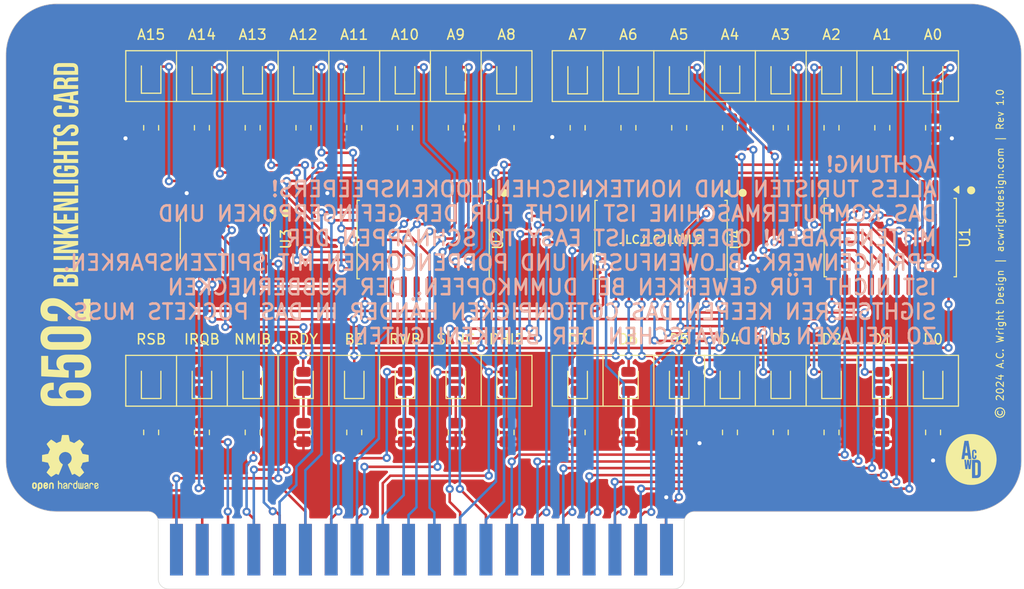
<source format=kicad_pcb>
(kicad_pcb (version 20240108) (generator "pcbnew") (generator_version "8.0")
  (title_block (title "6502 Blinkenlights Card") (date "2024-06-12") (rev "1.0") (company "A.C. Wright Design"))
  (layers (0 "F.Cu" signal "Top") (31 "B.Cu" signal "Bottom") (34 "B.Paste" user) (35 "F.Paste" user) (36 "B.SilkS" user "B.Silkscreen") (37 "F.SilkS" user "F.Silkscreen") (38 "B.Mask" user) (39 "F.Mask" user) (44 "Edge.Cuts" user))
  (net 0 "")
  (net 1 "GND")
  (net 2 "VCC")
  (net 3 "Net-(D1-K)")
  (net 4 "Net-(D2-K)")
  (net 5 "Net-(D3-K)")
  (net 6 "Net-(D4-K)")
  (net 7 "Net-(D5-K)")
  (net 8 "Net-(D6-K)")
  (net 9 "A9")
  (net 10 "Net-(D7-K)")
  (net 11 "Net-(D8-K)")
  (net 12 "A8")
  (net 13 "A7")
  (net 14 "Net-(D9-K)")
  (net 15 "Net-(D10-K)")
  (net 16 "A6")
  (net 17 "A5")
  (net 18 "Net-(D11-K)")
  (net 19 "A4")
  (net 20 "Net-(D12-K)")
  (net 21 "A15")
  (net 22 "A14")
  (net 23 "A13")
  (net 24 "A12")
  (net 25 "A11")
  (net 26 "A10")
  (net 27 "A3")
  (net 28 "Net-(D13-K)")
  (net 29 "A2")
  (net 30 "Net-(D14-K)")
  (net 31 "A1")
  (net 32 "Net-(D15-K)")
  (net 33 "A0")
  (net 34 "Net-(D16-K)")
  (net 35 "D7")
  (net 36 "Net-(D17-K)")
  (net 37 "Net-(D18-K)")
  (net 38 "D6")
  (net 39 "Net-(D19-K)")
  (net 40 "D5")
  (net 41 "Net-(D20-K)")
  (net 42 "D4")
  (net 43 "D3")
  (net 44 "Net-(D21-K)")
  (net 45 "Net-(D22-K)")
  (net 46 "D2")
  (net 47 "D1")
  (net 48 "Net-(D23-K)")
  (net 49 "D0")
  (net 50 "Net-(D24-K)")
  (net 51 "RESB")
  (net 52 "Net-(D25-K)")
  (net 53 "IRQB")
  (net 54 "Net-(D26-K)")
  (net 55 "NMIB")
  (net 56 "Net-(D27-K)")
  (net 57 "Net-(D28-K)")
  (net 58 "RDY")
  (net 59 "BE")
  (net 60 "Net-(D29-K)")
  (net 61 "Net-(D30-K)")
  (net 62 "RWB")
  (net 63 "Net-(D31-K)")
  (net 64 "SYNC")
  (net 65 "PHI2")
  (net 66 "Net-(D32-K)")
  (net 67 "A15_LED")
  (net 68 "A14_LED")
  (net 69 "A13_LED")
  (net 70 "A12_LED")
  (net 71 "A11_LED")
  (net 72 "A10_LED")
  (net 73 "A9_LED")
  (net 74 "A8_LED")
  (net 75 "A7_LED")
  (net 76 "A6_LED")
  (net 77 "A5_LED")
  (net 78 "A4_LED")
  (net 79 "A3_LED")
  (net 80 "A2_LED")
  (net 81 "A1_LED")
  (net 82 "A0_LED")
  (net 83 "D7_LED")
  (net 84 "D6_LED")
  (net 85 "D5_LED")
  (net 86 "D4_LED")
  (net 87 "D3_LED")
  (net 88 "D2_LED")
  (net 89 "D1_LED")
  (net 90 "D0_LED")
  (net 91 "RDY_LED")
  (net 92 "BE_LED")
  (net 97 "Net-(U4-Load)")
  (net 98 "Net-(U3-Pad2)")
  (net 99 "Net-(U3-Pad11)")
  (net 100 "Net-(U3-Pad12)")
  (footprint "6502 Parts:6502 Card Edge" (layer "F.Cu") (at 115.29 132.49)
    (property "Reference" "J1" (hide yes))
    (property "Value" "6502 Card Edge" (hide yes))
  )
  (footprint "Symbol:OSHW-Logo2_7.3x6mm_SilkScreen" (layer "F.Cu") (at 104.3511 121.4136)
    (property "Reference" "REF**" (hide yes))
    (property "Value" "OSHW-Logo2_7.3x6mm_SilkScreen" (hide yes))
  )
  (footprint "Resistor_SMD:R_0805_2012Metric" (layer "F.Cu") (at 142.8011 118.4011 90)
    (property "Reference" "R31" (hide yes))
    (property "Value" "330" (hide yes))
  )
  (footprint "LED_SMD:LED_0805_2012Metric" (layer "F.Cu") (at 164.8011 113.3761 90)
    (property "Reference" "D19" (hide yes))
    (property "Value" "D5" (hide yes))
  )
  (footprint "Resistor_SMD:R_0805_2012Metric" (layer "F.Cu") (at 112.8011 88.4011 90)
    (property "Reference" "R1" (hide yes))
    (property "Value" "330" (hide yes))
  )
  (footprint "LED_SMD:LED_0805_2012Metric" (layer "F.Cu") (at 179.8011 83.3761 90)
    (property "Reference" "D14" (hide yes))
    (property "Value" "A2" (hide yes))
  )
  (footprint "LED_SMD:LED_0805_2012Metric" (layer "F.Cu") (at 159.8011 83.3761 90)
    (property "Reference" "D10" (hide yes))
    (property "Value" "A6" (hide yes))
  )
  (footprint "LED_SMD:LED_0805_2012Metric" (layer "F.Cu") (at 147.8011 83.3761 90)
    (property "Reference" "D8" (hide yes))
    (property "Value" "A8" (hide yes))
  )
  (footprint "Resistor_SMD:R_0805_2012Metric" (layer "F.Cu") (at 142.8011 88.4011 90)
    (property "Reference" "R7" (hide yes))
    (property "Value" "330" (hide yes))
  )
  (footprint "Resistor_SMD:R_0805_2012Metric" (layer "F.Cu") (at 184.8011 88.4011 90)
    (property "Reference" "R15" (hide yes))
    (property "Value" "330" (hide yes))
  )
  (footprint "LED_SMD:LED_0805_2012Metric" (layer "F.Cu") (at 184.8011 113.3761 90)
    (property "Reference" "D23" (hide yes))
    (property "Value" "D1" (hide yes))
  )
  (footprint "LED_SMD:LED_0805_2012Metric" (layer "F.Cu") (at 122.8011 113.3761 90)
    (property "Reference" "D27" (hide yes))
    (property "Value" "NMIB" (hide yes))
  )
  (footprint "Resistor_SMD:R_0805_2012Metric" (layer "F.Cu") (at 154.8011 88.4011 90)
    (property "Reference" "R9" (hide yes))
    (property "Value" "330" (hide yes))
  )
  (footprint "Resistor_SMD:R_0805_2012Metric" (layer "F.Cu") (at 174.8011 88.4011 90)
    (property "Reference" "R13" (hide yes))
    (property "Value" "330" (hide yes))
  )
  (footprint "Resistor_SMD:R_0805_2012Metric" (layer "F.Cu") (at 189.8011 88.4011 90)
    (property "Reference" "R16" (hide yes))
    (property "Value" "330" (hide yes))
  )
  (footprint "LED_SMD:LED_0805_2012Metric" (layer "F.Cu") (at 147.8011 113.3761 90)
    (property "Reference" "D32" (hide yes))
    (property "Value" "PHI2" (hide yes))
  )
  (footprint "LED_SMD:LED_0805_2012Metric" (layer "F.Cu") (at 159.8011 113.3761 90)
    (property "Reference" "D18" (hide yes))
    (property "Value" "D6" (hide yes))
  )
  (footprint "Resistor_SMD:R_0805_2012Metric" (layer "F.Cu") (at 127.8011 118.4011 90)
    (property "Reference" "R28" (hide yes))
    (property "Value" "330" (hide yes))
  )
  (footprint "LED_SMD:LED_0805_2012Metric" (layer "F.Cu") (at 154.8011 83.3761 90)
    (property "Reference" "D9" (hide yes))
    (property "Value" "A7" (hide yes))
  )
  (footprint "Resistor_SMD:R_0805_2012Metric" (layer "F.Cu") (at 189.8011 118.4011 90)
    (property "Reference" "R24" (hide yes))
    (property "Value" "330" (hide yes))
  )
  (footprint "LED_SMD:LED_0805_2012Metric" (layer "F.Cu") (at 112.8011 113.3761 90)
    (property "Reference" "D25" (hide yes))
    (property "Value" "RESB" (hide yes))
  )
  (footprint "Package_SO:SOIC-14_3.9x8.7mm_P1.27mm" (layer "F.Cu") (at 120.1111 99.3386 -90)
    (property "Reference" "U3")
    (property "Value" "74HC04" (hide yes))
  )
  (footprint "Package_SO:SOIC-20W_7.5x12.8mm_P1.27mm" (layer "F.Cu") (at 163.0161 99.4136 -90)
    (property "Reference" "U4")
    (property "Value" "74HC573")
  )
  (footprint "LED_SMD:LED_0805_2012Metric" (layer "F.Cu") (at 117.8011 83.3761 90)
    (property "Reference" "D2" (hide yes))
    (property "Value" "A14" (hide yes))
  )
  (footprint "Resistor_SMD:R_0805_2012Metric" (layer "F.Cu") (at 117.8011 118.4011 90)
    (property "Reference" "R26" (hide yes))
    (property "Value" "330" (hide yes))
  )
  (footprint "LED_SMD:LED_0805_2012Metric" (layer "F.Cu") (at 189.8011 83.3761 90)
    (property "Reference" "D16" (hide yes))
    (property "Value" "A0" (hide yes))
  )
  (footprint "A.C. Wright Logo:A.C. Wright Logo 5mm" (layer "F.Cu") (at 193.5511 121.0636)
    (property "Reference" "G***" (hide yes))
    (property "Value" "LOGO" (hide yes))
  )
  (footprint "Resistor_SMD:R_0805_2012Metric" (layer "F.Cu") (at 169.8011 88.4011 90)
    (property "Reference" "R12" (hide yes))
    (property "Value" "330" (hide yes))
  )
  (footprint "LED_SMD:LED_0805_2012Metric" (layer "F.Cu") (at 127.8011 83.3761 90)
    (property "Reference" "D4" (hide yes))
    (property "Value" "A12" (hide yes))
  )
  (footprint "Resistor_SMD:R_0805_2012Metric" (layer "F.Cu") (at 159.8011 88.4011 90)
    (property "Reference" "R10" (hide yes))
    (property "Value" "330" (hide yes))
  )
  (footprint "Resistor_SMD:R_0805_2012Metric" (layer "F.Cu") (at 122.8011 88.4011 90)
    (property "Reference" "R3" (hide yes))
    (property "Value" "330" (hide yes))
  )
  (footprint "LED_SMD:LED_0805_2012Metric" (layer "F.Cu") (at 142.8011 113.3761 90)
    (property "Reference" "D31" (hide yes))
    (property "Value" "SYNC" (hide yes))
  )
  (footprint "Resistor_SMD:R_0805_2012Metric" (layer "F.Cu") (at 147.8011 118.4011 90)
    (property "Reference" "R32" (hide yes))
    (property "Value" "330" (hide yes))
  )
  (footprint "Resistor_SMD:R_0805_2012Metric" (layer "F.Cu") (at 122.8011 118.4011 90)
    (property "Reference" "R27" (hide yes))
    (property "Value" "330" (hide yes))
  )
  (footprint "LED_SMD:LED_0805_2012Metric" (layer "F.Cu") (at 137.8011 83.3761 90)
    (property "Reference" "D6" (hide yes))
    (property "Value" "A10" (hide yes))
  )
  (footprint "Package_SO:SOIC-20W_7.5x12.8mm_P1.27mm" (layer "F.Cu") (at 185.5861 99.2136 -90)
    (property "Reference" "U1")
    (property "Value" "74HC573")
  )
  (footprint "LED_SMD:LED_0805_2012Metric" (layer "F.Cu") (at 179.8011 113.3761 90)
    (property "Reference" "D22" (hide yes))
    (property "Value" "D2" (hide yes))
  )
  (footprint "Resistor_SMD:R_0805_2012Metric" (layer "F.Cu") (at 132.8011 118.4011 90)
    (property "Reference" "R29" (hide yes))
    (property "Value" "330" (hide yes))
  )
  (footprint "Resistor_SMD:R_0805_2012Metric" (layer "F.Cu") (at 147.8011 88.4011 90)
    (property "Reference" "R8" (hide yes))
    (property "Value" "330" (hide yes))
  )
  (footprint "LED_SMD:LED_0805_2012Metric" (layer "F.Cu") (at 137.8011 113.3761 90)
    (property "Reference" "D30" (hide yes))
    (property "Value" "RWB" (hide yes))
  )
  (footprint "LED_SMD:LED_0805_2012Metric" (layer "F.Cu") (at 122.8011 83.3761 90)
    (property "Reference" "D3" (hide yes))
    (property "Value" "A13" (hide yes))
  )
  (footprint "LED_SMD:LED_0805_2012Metric" (layer "F.Cu") (at 154.8011 113.3761 90)
    (property "Reference" "D17" (hide yes))
    (property "Value" "D7" (hide yes))
  )
  (footprint "Resistor_SMD:R_0805_2012Metric" (layer "F.Cu") (at 164.8011 88.4011 90)
    (property "Reference" "R11" (hide yes))
    (property "Value" "330" (hide yes))
  )
  (footprint "6502 Logos:6502 Blinkenlights Card Logo 5mm" (layer "F.Cu") (at 104.4011 98.3136 90)
    (property "Reference" "G***" (hide yes))
    (property "Value" "LOGO" (hide yes))
  )
  (footprint "Resistor_SMD:R_0805_2012Metric" (layer "F.Cu") (at 184.8011 118.4011 90)
    (property "Reference" "R23" (hide yes))
    (property "Value" "330" (hide yes))
  )
  (footprint "LED_SMD:LED_0805_2012Metric" (layer "F.Cu") (at 184.8011 83.3761 90)
    (property "Reference" "D15" (hide yes))
    (property "Value" "A1" (hide yes))
  )
  (footprint "Resistor_SMD:R_0805_2012Metric" (layer "F.Cu") (at 127.8011 88.4011 90)
    (property "Reference" "R4" (hide yes))
    (property "Value" "330" (hide yes))
  )
  (footprint "LED_SMD:LED_0805_2012Metric" (layer "F.Cu") (at 164.8011 83.3761 90)
    (property "Reference" "D11" (hide yes))
    (property "Value" "A5" (hide yes))
  )
  (footprint "LED_SMD:LED_0805_2012Metric" (layer "F.Cu") (at 127.8011 113.3761 90)
    (property "Reference" "D28" (hide yes))
    (property "Value" "RDY" (hide yes))
  )
  (footprint "Resistor_SMD:R_0805_2012Metric" (layer "F.Cu") (at 154.8011 118.4011 90)
    (property "Reference" "R17" (hide yes))
    (property "Value" "330" (hide yes))
  )
  (footprint "Resistor_SMD:R_0805_2012Metric" (layer "F.Cu") (at 159.8011 118.4011 90)
    (property "Reference" "R18" (hide yes))
    (property "Value" "330" (hide yes))
  )
  (footprint "LED_SMD:LED_0805_2012Metric" (layer "F.Cu") (at 189.8011 113.3761 90)
    (property "Reference" "D24" (hide yes))
    (property "Value" "D0" (hide yes))
  )
  (footprint "Resistor_SMD:R_0805_2012Metric" (layer "F.Cu") (at 137.8011 118.4011 90)
    (property "Reference" "R30" (hide yes))
    (property "Value" "330" (hide yes))
  )
  (footprint "LED_SMD:LED_0805_2012Metric" (layer "F.Cu") (at 169.8011 83.3136 90)
    (property "Reference" "D12" (hide yes))
    (property "Value" "A4" (hide yes))
  )
  (footprint "Resistor_SMD:R_0805_2012Metric" (layer "F.Cu") (at 137.8011 88.4011 90)
    (property "Reference" "R6" (hide yes))
    (property "Value" "330" (hide yes))
  )
  (footprint "Resistor_SMD:R_0805_2012Metric" (layer "F.Cu") (at 174.8011 118.4011 90)
    (property "Reference" "R21" (hide yes))
    (property "Value" "330" (hide yes))
  )
  (footprint "LED_SMD:LED_0805_2012Metric" (layer "F.Cu") (at 142.8011 83.3761 90)
    (property "Reference" "D7" (hide yes))
    (property "Value" "A9" (hide yes))
  )
  (footprint "Resistor_SMD:R_0805_2012Metric" (layer "F.Cu") (at 179.8011 88.4011 90)
    (property "Reference" "R14" (hide yes))
    (property "Value" "330" (hide yes))
  )
  (footprint "LED_SMD:LED_0805_2012Metric" (layer "F.Cu") (at 169.8011 113.3761 90)
    (property "Reference" "D20" (hide yes))
    (property "Value" "D4" (hide yes))
  )
  (footprint "LED_SMD:LED_0805_2012Metric" (layer "F.Cu") (at 132.8011 113.3761 90)
    (property "Reference" "D29" (hide yes))
    (property "Value" "BE" (hide yes))
  )
  (footprint "LED_SMD:LED_0805_2012Metric" (layer "F.Cu") (at 174.8011 83.3761 90)
    (property "Reference" "D13" (hide yes))
    (property "Value" "A3" (hide yes))
  )
  (footprint "LED_SMD:LED_0805_2012Metric" (layer "F.Cu") (at 112.8011 83.3136 90)
    (property "Reference" "D1" (hide yes))
    (property "Value" "A15" (hide yes))
  )
  (footprint "Resistor_SMD:R_0805_2012Metric" (layer "F.Cu") (at 112.8011 118.4011 90)
    (property "Reference" "R25" (hide yes))
    (property "Value" "330" (hide yes))
  )
  (footprint "LED_SMD:LED_0805_2012Metric" (layer "F.Cu") (at 117.8011 113.3761 90)
    (property "Reference" "D26" (hide yes))
    (property "Value" "IRQB" (hide yes))
  )
  (footprint "LED_SMD:LED_0805_2012Metric" (layer "F.Cu") (at 174.8011 113.3761 90)
    (property "Reference" "D21" (hide yes))
    (property "Value" "D3" (hide yes))
  )
  (footprint "Resistor_SMD:R_0805_2012Metric" (layer "F.Cu") (at 117.8011 88.4011 90)
    (property "Reference" "R2" (hide yes))
    (property "Value" "330" (hide yes))
  )
  (footprint "Resistor_SMD:R_0805_2012Metric" (layer "F.Cu") (at 169.8011 118.4011 90)
    (property "Reference" "R20" (hide yes))
    (property "Value" "330" (hide yes))
  )
  (footprint "Resistor_SMD:R_0805_2012Metric" (layer "F.Cu") (at 179.8011 118.4011 90)
    (property "Reference" "R22" (hide yes))
    (property "Value" "330" (hide yes))
  )
  (footprint "Resistor_SMD:R_0805_2012Metric" (layer "F.Cu") (at 132.8011 88.4011 90)
    (property "Reference" "R5" (hide yes))
    (property "Value" "330" (hide yes))
  )
  (footprint "Package_SO:SOIC-20W_7.5x12.8mm_P1.27mm" (layer "F.Cu") (at 139.5861 99.4136 -90)
    (property "Reference" "U2")
    (property "Value" "74HC573")
  )
  (footprint "LED_SMD:LED_0805_2012Metric" (layer "F.Cu") (at 132.8011 83.3761 90)
    (property "Reference" "D5" (hide yes))
    (property "Value" "A11" (hide yes))
  )
  (footprint "Resistor_SMD:R_0805_2012Metric" (layer "F.Cu") (at 164.8011 118.4011 90)
    (property "Reference" "R19" (hide yes))
    (property "Value" "330" (hide yes))
  )
  (gr_line (start 182.3011 110.8136) (end 182.3011 115.8136) (stroke (width 0.12)) (layer "F.SilkS"))
  (gr_line (start 145.3011 110.8136) (end 145.3011 115.8136) (stroke (width 0.12)) (layer "F.SilkS"))
  (gr_line (start 135.3011 80.8136) (end 135.3011 85.8136) (stroke (width 0.12)) (layer "F.SilkS"))
  (gr_circle (center 171.0511 94.8136) (end 171.2511 94.8136) (stroke (width 0.4)) (fill none) (layer "F.SilkS"))
  (gr_line (start 140.3011 110.8136) (end 140.3011 115.8136) (stroke (width 0.12)) (layer "F.SilkS"))
  (gr_line (start 152.3011 80.8136) (end 192.3011 80.8136) (stroke (width 0.12)) (layer "F.SilkS"))
  (gr_circle (center 126.0511 96.8136) (end 126.2511 96.8136) (stroke (width 0.4)) (fill none) (layer "F.SilkS"))
  (gr_line (start 172.3011 110.8136) (end 172.3011 115.8136) (stroke (width 0.12)) (layer "F.SilkS"))
  (gr_line (start 120.3011 80.8136) (end 120.3011 85.8136) (stroke (width 0.12)) (layer "F.SilkS"))
  (gr_line (start 157.3011 80.8136) (end 157.3011 85.8136) (stroke (width 0.12)) (layer "F.SilkS"))
  (gr_line (start 130.3011 110.8136) (end 130.3011 115.8136) (stroke (width 0.12)) (layer "F.SilkS"))
  (gr_line (start 182.3011 80.8136) (end 182.3011 85.8136) (stroke (width 0.12)) (layer "F.SilkS"))
  (gr_line (start 125.3011 80.8136) (end 125.3011 85.8136) (stroke (width 0.12)) (layer "F.SilkS"))
  (gr_line (start 110.3011 110.8136) (end 150.3011 110.8136) (stroke (width 0.12)) (layer "F.SilkS"))
  (gr_line (start 110.3011 115.8136) (end 110.3011 110.8136) (stroke (width 0.12)) (layer "F.SilkS"))
  (gr_line (start 187.3011 110.8136) (end 187.3011 115.8136) (stroke (width 0.12)) (layer "F.SilkS"))
  (gr_line (start 130.3011 80.8136) (end 130.3011 85.8136) (stroke (width 0.12)) (layer "F.SilkS"))
  (gr_line (start 162.3011 110.8136) (end 162.3011 115.8136) (stroke (width 0.12)) (layer "F.SilkS"))
  (gr_line (start 157.3011 110.8136) (end 157.3011 115.8136) (stroke (width 0.12)) (layer "F.SilkS"))
  (gr_line (start 152.3011 80.8136) (end 152.3011 85.8136) (stroke (width 0.12)) (layer "F.SilkS"))
  (gr_line (start 140.3011 80.8136) (end 140.3011 85.8136) (stroke (width 0.12)) (layer "F.SilkS"))
  (gr_line (start 115.3011 80.8136) (end 115.3011 85.8136) (stroke (width 0.12)) (layer "F.SilkS"))
  (gr_circle (center 147.5511 94.8136) (end 147.7511 94.8136) (stroke (width 0.4)) (fill none) (layer "F.SilkS"))
  (gr_line (start 150.3011 80.8136) (end 150.3011 85.8136) (stroke (width 0.12)) (layer "F.SilkS"))
  (gr_line (start 120.3011 110.8136) (end 120.3011 115.8136) (stroke (width 0.12)) (layer "F.SilkS"))
  (gr_line (start 167.3011 110.8136) (end 167.3011 115.8136) (stroke (width 0.12)) (layer "F.SilkS"))
  (gr_line (start 172.3011 80.8136) (end 172.3011 85.8136) (stroke (width 0.12)) (layer "F.SilkS"))
  (gr_line (start 192.3011 115.8136) (end 152.3011 115.8136) (stroke (width 0.12)) (layer "F.SilkS"))
  (gr_line (start 110.3011 85.8136) (end 110.3011 80.8136) (stroke (width 0.12)) (layer "F.SilkS"))
  (gr_line (start 110.3011 80.8136) (end 150.3011 80.8136) (stroke (width 0.12)) (layer "F.SilkS"))
  (gr_line (start 177.3011 110.8136) (end 177.3011 115.8136) (stroke (width 0.12)) (layer "F.SilkS"))
  (gr_line (start 115.3011 110.8136) (end 115.3011 115.8136) (stroke (width 0.12)) (layer "F.SilkS"))
  (gr_line (start 152.3011 110.8136) (end 192.3011 110.8136) (stroke (width 0.12)) (layer "F.SilkS"))
  (gr_line (start 187.3011 80.8136) (end 187.3011 85.8136) (stroke (width 0.12)) (layer "F.SilkS"))
  (gr_line (start 152.3011 115.8136) (end 152.3011 110.8136) (stroke (width 0.12)) (layer "F.SilkS"))
  (gr_line (start 152.3011 85.8136) (end 192.3011 85.8136) (stroke (width 0.12)) (layer "F.SilkS"))
  (gr_line (start 125.3011 110.8136) (end 125.3011 115.8136) (stroke (width 0.12)) (layer "F.SilkS"))
  (gr_circle (center 193.5511 94.5636) (end 193.7511 94.5636) (stroke (width 0.4)) (fill none) (layer "F.SilkS"))
  (gr_line (start 177.3011 80.8136) (end 177.3011 85.8136) (stroke (width 0.12)) (layer "F.SilkS"))
  (gr_line (start 135.3011 110.8136) (end 135.3011 115.8136) (stroke (width 0.12)) (layer "F.SilkS"))
  (gr_line (start 150.3011 85.8136) (end 110.3011 85.8136) (stroke (width 0.12)) (layer "F.SilkS"))
  (gr_line (start 192.3011 80.8136) (end 192.3011 85.8136) (stroke (width 0.12)) (layer "F.SilkS"))
  (gr_line (start 150.3011 115.8136) (end 110.3011 115.8136) (stroke (width 0.12)) (layer "F.SilkS"))
  (gr_line (start 192.3011 110.8136) (end 192.3011 115.8136) (stroke (width 0.12)) (layer "F.SilkS"))
  (gr_line (start 167.3011 80.8136) (end 167.3011 85.8136) (stroke (width 0.12)) (layer "F.SilkS"))
  (gr_line (start 145.3011 80.8136) (end 145.3011 85.8136) (stroke (width 0.12)) (layer "F.SilkS"))
  (gr_line (start 162.3011 80.8136) (end 162.3011 85.8136) (stroke (width 0.12)) (layer "F.SilkS"))
  (gr_line (start 150.3011 110.8136) (end 150.3011 115.8136) (stroke (width 0.12)) (layer "F.SilkS"))
  (gr_line (start 166.3011 126.1936) (end 193.5011 126.1936) (stroke (width 0.05)) (layer "Edge.Cuts"))
  (gr_line (start 165.3011 132.8136) (end 165.3011 127.1936) (stroke (width 0.05)) (layer "Edge.Cuts"))
  (gr_line (start 113.5011 127.1936) (end 113.5011 132.8136) (stroke (width 0.05)) (layer "Edge.Cuts"))
  (gr_arc (start 165.3011 132.8136) (mid 165.008207 133.520707) (end 164.3011 133.8136) (stroke (width 0.05)) (layer "Edge.Cuts"))
  (gr_arc (start 103.5011 126.1936) (mid 99.965566 124.729134) (end 98.5011 121.1936) (stroke (width 0.05)) (layer "Edge.Cuts"))
  (gr_line (start 198.5011 121.1936) (end 198.5011 81.1936) (stroke (width 0.05)) (layer "Edge.Cuts"))
  (gr_arc (start 112.5011 126.1936) (mid 113.208207 126.486493) (end 113.5011 127.1936) (stroke (width 0.05)) (layer "Edge.Cuts"))
  (gr_line (start 103.5011 126.1936) (end 112.5011 126.1936) (stroke (width 0.05)) (layer "Edge.Cuts"))
  (gr_arc (start 114.5011 133.8136) (mid 113.793993 133.520707) (end 113.5011 132.8136) (stroke (width 0.05)) (layer "Edge.Cuts"))
  (gr_line (start 114.5011 133.8136) (end 164.3011 133.8136) (stroke (width 0.05)) (layer "Edge.Cuts"))
  (gr_line (start 98.5011 81.1936) (end 98.5011 121.1936) (stroke (width 0.05)) (layer "Edge.Cuts"))
  (gr_arc (start 98.5011 81.1936) (mid 99.965566 77.658066) (end 103.5011 76.1936) (stroke (width 0.05)) (layer "Edge.Cuts"))
  (gr_arc (start 165.3011 127.1936) (mid 165.593993 126.486493) (end 166.3011 126.1936) (stroke (width 0.05)) (layer "Edge.Cuts"))
  (gr_line (start 193.5011 76.1936) (end 103.5011 76.1936) (stroke (width 0.05)) (layer "Edge.Cuts"))
  (gr_arc (start 193.5011 76.1936) (mid 197.036634 77.658066) (end 198.5011 81.1936) (stroke (width 0.05)) (layer "Edge.Cuts"))
  (gr_arc (start 198.5011 121.1936) (mid 197.036634 124.729134) (end 193.5011 126.1936) (stroke (width 0.05)) (layer "Edge.Cuts"))
  (gr_text "ACHTUNG!\nALLES TURISTEN UND NONTEKNISCHEN LOOKENSPEEPERS!\nDAS KOMPUTERMASCHINE IST NICHT FÜR DER GEFINGERPOKEN UND \nMITTENGRABEN! ODERWISE IST EASY TO SCHNAPPEN DER \nSPRINGENWERK, BLOWENFUSEN UND POPPENCORKEN MIT SPITZENSPARKEN. \nIST NICHT FÜR GEWERKEN BEI DUMMKOPFEN. DER RUBBERNECKEN \nSIGHTSEEREN KEEPEN DAS COTTONPICKEN HÄNDER IN DAS POCKETS MUSS.\nZO RELAXEN UND WATSCHEN DER BLINKENLICHTEN." (at 190.3011 109.8136 0) (layer "B.SilkS") (effects (font (size 1.5 1.5) (thickness 0.25) (bold yes)) (justify left bottom mirror)))
  (gr_text "SYNC" (at 142.8011 109.8136 0) (layer "F.SilkS") (effects (font (size 1 1)) (justify bottom)))
  (gr_text "A9" (at 142.8011 79.8136 0) (layer "F.SilkS") (effects (font (size 1 1)) (justify bottom)))
  (gr_text "A5" (at 164.8011 79.8136 0) (layer "F.SilkS") (effects (font (size 1 1)) (justify bottom)))
  (gr_text "NMIB" (at 122.8011 109.8136 0) (layer "F.SilkS") (effects (font (size 1 1)) (justify bottom)))
  (gr_text "BE" (at 132.8011 109.8136 0) (layer "F.SilkS") (effects (font (size 1 1)) (justify bottom)))
  (gr_text "D2" (at 179.8011 109.8136 0) (layer "F.SilkS") (effects (font (size 1 1)) (justify bottom)))
  (gr_text "A1" (at 184.8011 79.8136 0) (layer "F.SilkS") (effects (font (size 1 1)) (justify bottom)))
  (gr_text "A4" (at 169.8011 79.8136 0) (layer "F.SilkS") (effects (font (size 1 1)) (justify bottom)))
  (gr_text "A0" (at 189.8011 79.8136 0) (layer "F.SilkS") (effects (font (size 1 1)) (justify bottom)))
  (gr_text "D6" (at 159.8011 109.8136 0) (layer "F.SilkS") (effects (font (size 1 1)) (justify bottom)))
  (gr_text "D0" (at 189.8011 109.8136 0) (layer "F.SilkS") (effects (font (size 1 1)) (justify bottom)))
  (gr_text "RSB" (at 112.8011 109.8136 0) (layer "F.SilkS") (effects (font (size 1 1)) (justify bottom)))
  (gr_text "A8" (at 147.8011 79.8136 0) (layer "F.SilkS") (effects (font (size 1 1)) (justify bottom)))
  (gr_text "A3" (at 174.8011 79.8136 0) (layer "F.SilkS") (effects (font (size 1 1)) (justify bottom)))
  (gr_text "D7" (at 154.8011 109.8136 0) (layer "F.SilkS") (effects (font (size 1 1)) (justify bottom)))
  (gr_text "D5" (at 164.8011 109.8136 0) (layer "F.SilkS") (effects (font (size 1 1)) (justify bottom)))
  (gr_text "A12" (at 127.8011 79.8136 0) (layer "F.SilkS") (effects (font (size 1 1)) (justify bottom)))
  (gr_text "A15" (at 112.8011 79.8136 0) (layer "F.SilkS") (effects (font (size 1 1)) (justify bottom)))
  (gr_text "A2" (at 179.8011 79.8136 0) (layer "F.SilkS") (effects (font (size 1 1)) (justify bottom)))
  (gr_text "D1" (at 184.8011 109.8136 0) (layer "F.SilkS") (effects (font (size 1 1)) (justify bottom)))
  (gr_text "A11" (at 132.8011 79.8136 0) (layer "F.SilkS") (effects (font (size 1 1)) (justify bottom)))
  (gr_text "PHI2" (at 147.8011 109.8136 0) (layer "F.SilkS") (effects (font (size 1 1)) (justify bottom)))
  (gr_text "JLCJLCJLCJLC" (at 162.9761 99.4136 0) (layer "F.SilkS") (effects (font (size 0.8 0.8))))
  (gr_text "RWB" (at 137.8011 109.8136 0) (layer "F.SilkS") (effects (font (size 1 1)) (justify bottom)))
  (gr_text "A13" (at 122.8011 79.8136 0) (layer "F.SilkS") (effects (font (size 1 1)) (justify bottom)))
  (gr_text "IRQB" (at 117.8011 109.8136 0) (layer "F.SilkS") (effects (font (size 1 1)) (justify bottom)))
  (gr_text "RDY" (at 127.8011 109.8136 0) (layer "F.SilkS") (effects (font (size 1 1)) (justify bottom)))
  (gr_text "© 2024 A.C. Wright Design | acwrightdesign.com | Rev 1.0" (at 196.4011 100.8136 90) (layer "F.SilkS") (effects (font (size 0.7 0.7) (thickness 0.1))))
  (gr_text "A6" (at 159.8011 79.8136 0) (layer "F.SilkS") (effects (font (size 1 1)) (justify bottom)))
  (gr_text "D4" (at 169.8011 109.8136 0) (layer "F.SilkS") (effects (font (size 1 1)) (justify bottom)))
  (gr_text "A10" (at 137.8011 79.8136 0) (layer "F.SilkS") (effects (font (size 1 1)) (justify bottom)))
  (gr_text "A7" (at 154.8011 79.8136 0) (layer "F.SilkS") (effects (font (size 1 1)) (justify bottom)))
  (gr_text "A14" (at 117.8011 79.8136 0) (layer "F.SilkS") (effects (font (size 1 1)) (justify bottom)))
  (gr_text "D3" (at 174.8011 109.8136 0) (layer "F.SilkS") (effects (font (size 1 1)) (justify bottom)))
  (segment (start 115.29 129.95) (end 115.29 125.248) (width 0.25) (layer "F.Cu") (net 1))
  (via (at 189.8011 121.1636) (size 0.8) (drill 0.4) (layers "F.Cu" "B.Cu") (net 1))
  (via (at 155.4761 94.8386) (size 0.8) (drill 0.4) (layers "F.Cu" "B.Cu") (net 1))
  (via (at 179.8511 96.5636) (size 0.8) (drill 0.4) (layers "F.Cu" "B.Cu") (net 1))
  (via (at 130.1511 94.8386) (size 0.8) (drill 0.4) (layers "F.Cu" "B.Cu") (net 1))
  (via (at 191.6511 89.4386) (size 0.8) (drill 0.4) (layers "F.Cu" "B.Cu") (net 1))
  (via (at 163.5261 124.7886) (size 0.8) (drill 0.4) (layers "F.Cu" "B.Cu") (net 1))
  (via (at 110.2761 89.4386) (size 0.8) (drill 0.4) (layers "F.Cu" "B.Cu") (net 1))
  (via (at 116.3011 94.8386) (size 0.8) (drill 0.4) (layers "F.Cu" "B.Cu") (net 1))
  (via (at 166.8011 119.4636) (size 0.8) (drill 0.4) (layers "F.Cu" "B.Cu") (net 1))
  (via (at 122.0261 104.9136) (size 0.8) (drill 0.4) (layers "F.Cu" "B.Cu") (net 1))
  (via (at 152.3011 89.3136) (size 0.8) (drill 0.4) (layers "F.Cu" "B.Cu") (net 1))
  (segment (start 163.55 129.95) (end 163.5261 129.9261) (width 0.25) (layer "B.Cu") (net 1))
  (segment (start 113.4561 113.0686) (end 113.4561 112.9686) (width 0.25) (layer "B.Cu") (net 1))
  (segment (start 163.5261 129.9261) (end 163.5261 124.7886) (width 0.25) (layer "B.Cu") (net 1))
  (segment (start 164.7761 110.0886) (end 168.7261 110.0886) (width 0.25) (layer "F.Cu") (net 2))
  (segment (start 145.3011 110.0886) (end 125.3261 110.0886) (width 0.25) (layer "F.Cu") (net 2))
  (segment (start 163.5011 128.2636) (end 163.55 128.3125) (width 0.25) (layer "F.Cu") (net 2))
  (segment (start 112.8011 110.9136) (end 113.6261 110.0886) (width 0.25) (layer "F.Cu") (net 2))
  (segment (start 123.9211 101.8136) (end 125.3011 101.8136) (width 0.25) (layer "F.Cu") (net 2))
  (segment (start 117.8511 110.0886) (end 122.8761 110.0886) (width 0.25) (layer "F.Cu") (net 2))
  (segment (start 117.8011 110.1386) (end 117.8511 110.0886) (width 0.25) (layer "F.Cu") (net 2))
  (segment (start 115.3011 122.9136) (end 115.2761 122.9386) (width 0.25) (layer "F.Cu") (net 2))
  (segment (start 191.3261 103.8386) (end 191.3011 103.8136) (width 0.25) (layer "F.Cu") (net 2))
  (segment (start 145.3011 104.0136) (end 145.3011 105.7386) (width 0.25) (layer "F.Cu") (net 2))
  (segment (start 168.7511 105.7636) (end 168.7511 104.0336) (width 0.25) (layer "F.Cu") (net 2))
  (segment (start 163.5011 126.0386) (end 163.5011 128.2636) (width 0.25) (layer "F.Cu") (net 2))
  (segment (start 164.7761 124.7636) (end 163.5011 126.0386) (width 0.25) (layer "F.Cu") (net 2))
  (segment (start 191.3261 105.7886) (end 191.3261 103.8386) (width 0.25) (layer "F.Cu") (net 2))
  (segment (start 168.7261 110.0886) (end 168.7511 110.0636) (width 0.25) (layer "F.Cu") (net 2))
  (segment (start 145.3011 110.0886) (end 164.7761 110.0886) (width 0.25) (layer "F.Cu") (net 2))
  (segment (start 122.8011 110.1636) (end 122.8761 110.0886) (width 0.25) (layer "F.Cu") (net 2))
  (segment (start 113.6261 110.0886) (end 117.8511 110.0886) (width 0.25) (layer "F.Cu") (net 2))
  (segment (start 168.7511 104.0336) (end 168.7311 104.0136) (width 0.25) (layer "F.Cu") (net 2))
  (segment (start 122.8761 110.0886) (end 125.3261 110.0886) (width 0.25) (layer "F.Cu") (net 2))
  (segment (start 168.7511 110.0636) (end 191.3261 110.0636) (width 0.25) (layer "F.Cu") (net 2))
  (segment (start 122.8011 112.4386) (end 122.8011 110.1636) (width 0.25) (layer "F.Cu") (net 2))
  (segment (start 117.8011 112.4386) (end 117.8011 110.1386) (width 0.25) (layer "F.Cu") (net 2))
  (segment (start 125.3261 122.9136) (end 115.3011 122.9136) (width 0.25) (layer "F.Cu") (net 2))
  (segment (start 163.55 128.3125) (end 163.55 129.95) (width 0.25) (layer "F.Cu") (net 2))
  (segment (start 125.3011 101.8136) (end 125.3261 101.7886) (width 0.25) (layer "F.Cu") (net 2))
  (segment (start 112.8011 112.4386) (end 112.8011 110.9136) (width 0.25) (layer "F.Cu") (net 2))
  (via (at 125.3261 101.7886) (size 0.8) (drill 0.4) (layers "F.Cu" "B.Cu") (net 2))
  (via (at 164.7761 124.7636) (size 0.8) (drill 0.4) (layers "F.Cu" "B.Cu") (net 2))
  (via (at 145.3011 110.0886) (size 0.8) (drill 0.4) (layers "F.Cu" "B.Cu") (net 2))
  (via (at 145.3011 105.7386) (size 0.8) (drill 0.4) (layers "F.Cu" "B.Cu") (net 2))
  (via (at 125.3261 110.0886) (size 0.8) (drill 0.4) (layers "F.Cu" "B.Cu") (net 2))
  (via (at 125.3261 122.9136) (size 0.8) (drill 0.4) (layers "F.Cu" "B.Cu") (net 2))
  (via (at 168.7511 110.0636) (size 0.8) (drill 0.4) (layers "F.Cu" "B.Cu") (net 2))
  (via (at 115.2761 122.9386) (size 0.8) (drill 0.4) (layers "F.Cu" "B.Cu") (net 2))
  (via (at 164.7761 110.0886) (size 0.8) (drill 0.4) (layers "F.Cu" "B.Cu") (net 2))
  (via (at 191.3261 110.0636) (size 0.8) (drill 0.4) (layers "F.Cu" "B.Cu") (net 2))
  (via (at 168.7511 105.7636) (size 0.8) (drill 0.4) (layers "F.Cu" "B.Cu") (net 2))
  (via (at 191.3261 105.7886) (size 0.8) (drill 0.4) (layers "F.Cu" "B.Cu") (net 2))
  (segment (start 125.3261 110.0886) (end 125.3261 122.9136) (width 0.25) (layer "B.Cu") (net 2))
  (segment (start 145.3011 105.7386) (end 145.3011 110.0886) (width 0.25) (layer "B.Cu") (net 2))
  (segment (start 168.7511 110.0636) (end 168.7511 105.7636) (width 0.25) (layer "B.Cu") (net 2))
  (segment (start 164.7761 124.7636) (end 164.7761 110.0886) (width 0.25) (layer "B.Cu") (net 2))
  (segment (start 191.3261 110.0636) (end 191.3261 105.7886) (width 0.25) (layer "B.Cu") (net 2))
  (segment (start 115.29 122.9525) (end 115.29 129.95) (width 0.25) (layer "B.Cu") (net 2))
  (segment (start 115.2761 122.9386) (end 115.29 122.9525) (width 0.25) (layer "B.Cu") (net 2))
  (segment (start 125.3261 101.7886) (end 125.3261 110.0886) (width 0.25) (layer "B.Cu") (net 2))
  (segment (start 112.8011 84.2511) (end 112.8011 87.4886) (width 0.25) (layer "F.Cu") (net 3))
  (segment (start 117.8011 84.3136) (end 117.8011 87.4886) (width 0.25) (layer "F.Cu") (net 4))
  (segment (start 122.8011 84.3136) (end 122.8011 87.4886) (width 0.25) (layer "F.Cu") (net 5))
  (segment (start 127.8011 84.3136) (end 127.8011 87.4886) (width 0.25) (layer "F.Cu") (net 6))
  (segment (start 132.8011 84.3136) (end 132.8011 87.4886) (width 0.25) (layer "F.Cu") (net 7))
  (segment (start 137.8011 84.3136) (end 137.8011 87.4886) (width 0.25) (layer "F.Cu") (net 8))
  (segment (start 140.2261 98.6136) (end 141.9261 98.6136) (width 0.25) (layer "F.Cu") (net 9))
  (segment (start 142.7611 97.7786) (end 142.7611 94.8136) (width 0.25) (layer "F.Cu") (net 9))
  (segment (start 141.9261 98.6136) (end 142.7611 97.7786) (width 0.25) (layer "F.Cu") (net 9))
  (via (at 140.2261 98.6136) (size 0.8) (drill 0.4) (layers "F.Cu" "B.Cu") (net 9))
  (segment (start 138.15 126.5397) (end 138.15 129.95) (width 0.25) (layer "B.Cu") (net 9))
  (segment (start 140.2261 98.6136) (end 138.9261 99.9136) (width 0.25) (layer "B.Cu") (net 9))
  (segment (start 138.9261 99.9136) (end 138.9261 125.7636) (width 0.25) (layer "B.Cu") (net 9))
  (segment (start 138.9261 125.7636) (end 138.15 126.5397) (width 0.25) (layer "B.Cu") (net 9))
  (segment (start 142.8011 84.3136) (end 142.8011 87.4886) (width 0.25) (layer "F.Cu") (net 10))
  (segment (start 147.8011 84.3136) (end 147.8011 87.4886) (width 0.25) (layer "F.Cu") (net 11))
  (segment (start 141.4761 99.3136) (end 142.5261 99.3136) (width 0.25) (layer "F.Cu") (net 12))
  (segment (start 144.0311 97.8086) (end 144.0311 94.8136) (width 0.25) (layer "F.Cu") (net 12))
  (segment (start 142.5261 99.3136) (end 144.0311 97.8086) (width 0.25) (layer "F.Cu") (net 12))
  (via (at 141.4761 99.3136) (size 0.8) (drill 0.4) (layers "F.Cu" "B.Cu") (net 12))
  (segment (start 140.2261 125.8136) (end 140.69 126.2775) (width 0.25) (layer "B.Cu") (net 12))
  (segment (start 141.4761 99.3136) (end 140.2261 100.5636) (width 0.25) (layer "B.Cu") (net 12))
  (segment (start 140.69 126.2775) (end 140.69 129.95) (width 0.25) (layer "B.Cu") (net 12))
  (segment (start 140.2261 100.5636) (end 140.2261 125.8136) (width 0.25) (layer "B.Cu") (net 12))
  (segment (start 146.5261 92.8386) (end 180.7261 92.8386) (width 0.25) (layer "F.Cu") (net 13))
  (segment (start 146.5011 92.8636) (end 146.5261 92.8386) (width 0.25) (layer "F.Cu") (net 13))
  (segment (start 181.1411 93.2536) (end 181.1411 94.6136) (width 0.25) (layer "F.Cu") (net 13))
  (segment (start 180.7261 92.8386) (end 181.1411 93.2536) (width 0.25) (layer "F.Cu") (net 13))
  (via (at 146.7261 92.8386) (size 0.8) (drill 0.4) (layers "F.Cu" "B.Cu") (net 13))
  (segment (start 146.7511 93.1136) (end 146.4761 92.8386) (width 0.25) (layer "B.Cu") (net 13))
  (segment (start 146.7511 123.2386) (end 146.7511 93.1136) (width 0.25) (layer "B.Cu") (net 13))
  (segment (start 146.4761 92.8386) (end 146.4511 92.8386) (width 0.25) (layer "B.Cu") (net 13))
  (segment (start 143.23 129.95) (end 143.23 126.7597) (width 0.25) (layer "B.Cu") (net 13))
  (segment (start 143.23 126.7597) (end 146.7511 123.2386) (width 0.25) (layer "B.Cu") (net 13))
  (segment (start 154.8011 84.3136) (end 154.8011 87.4886) (width 0.25) (layer "F.Cu") (net 14))
  (segment (start 159.8011 84.3136) (end 159.8011 87.4886) (width 0.25) (layer "F.Cu") (net 15))
  (segment (start 181.1761 92.0386) (end 182.4111 93.2736) (width 0.25) (layer "F.Cu") (net 16))
  (segment (start 147.5511 92.0386) (end 181.1761 92.0386) (width 0.25) (layer "F.Cu") (net 16))
  (segment (start 182.4111 93.2736) (end 182.4111 94.6136) (width 0.25) (layer "F.Cu") (net 16))
  (via (at 147.5511 92.0386) (size 0.8) (drill 0.4) (layers "F.Cu" "B.Cu") (net 16))
  (segment (start 147.5511 92.3886) (end 147.5511 125.1886) (width 0.25) (layer "B.Cu") (net 16))
  (segment (start 145.77 126.9697) (end 145.77 129.95) (width 0.25) (layer "B.Cu") (net 16))
  (segment (start 147.5511 125.1886) (end 145.77 126.9697) (width 0.25) (layer "B.Cu") (net 16))
  (segment (start 183.6811 95.8336) (end 183.6811 94.6136) (width 0.25) (layer "F.Cu") (net 17))
  (segment (start 181.9261 96.9886) (end 182.6561 96.2586) (width 0.25) (layer "F.Cu") (net 17))
  (segment (start 183.2561 96.2586) (end 183.6811 95.8336) (width 0.25) (layer "F.Cu") (net 17))
  (segment (start 181.1011 120.5886) (end 148.985 120.5886) (width 0.25) (layer "F.Cu") (net 17))
  (segment (start 182.6561 96.2586) (end 183.2561 96.2586) (width 0.25) (layer "F.Cu") (net 17))
  (segment (start 148.985 120.5886) (end 148.31 121.2636) (width 0.25) (layer "F.Cu") (net 17))
  (via (at 148.31 121.2636) (size 0.8) (drill 0.4) (layers "F.Cu" "B.Cu") (net 17))
  (via (at 181.9261 96.9886) (size 0.8) (drill 0.4) (layers "F.Cu" "B.Cu") (net 17))
  (via (at 181.1011 120.5886) (size 0.8) (drill 0.4) (layers "F.Cu" "B.Cu") (net 17))
  (segment (start 181.1011 97.8136) (end 181.1011 120.5886) (width 0.25) (layer "B.Cu") (net 17))
  (segment (start 148.31 121.2636) (end 148.31 129.95) (width 0.25) (layer "B.Cu") (net 17))
  (segment (start 181.9261 96.9886) (end 181.1011 97.8136) (width 0.25) (layer "B.Cu") (net 17))
  (segment (start 164.8011 84.3136) (end 164.8011 87.4886) (width 0.25) (layer "F.Cu") (net 18))
  (segment (start 183.2261 97.0136) (end 184.1761 96.0636) (width 0.25) (layer "F.Cu") (net 19))
  (segment (start 182.4011 121.2636) (end 150.8261 121.2636) (width 0.25) (layer "F.Cu") (net 19))
  (segment (start 182.4636 121.2011) (end 182.4011 121.2636) (width 0.25) (layer "F.Cu") (net 19))
  (segment (start 184.9511 95.8136) (end 184.9511 94.6136) (width 0.25) (layer "F.Cu") (net 19))
  (segment (start 184.1761 96.0636) (end 184.7011 96.0636) (width 0.25) (layer "F.Cu") (net 19))
  (segment (start 184.7011 96.0636) (end 184.9511 95.8136) (width 0.25) (layer "F.Cu") (net 19))
  (via (at 183.2261 97.0136) (size 0.8) (drill 0.4) (layers "F.Cu" "B.Cu") (net 19))
  (via (at 150.8261 121.2636) (size 0.8) (drill 0.4) (layers "F.Cu" "B.Cu") (net 19))
  (via (at 182.4636 121.2011) (size 0.8) (drill 0.4) (layers "F.Cu" "B.Cu") (net 19))
  (segment (start 150.85 121.2875) (end 150.8261 121.2636) (width 0.25) (layer "B.Cu") (net 19))
  (segment (start 182.4261 97.8136) (end 182.4261 106.31229) (width 0.25) (layer "B.Cu") (net 19))
  (segment (start 182.4261 106.31229) (end 182.4211 106.31729) (width 0.25) (layer "B.Cu") (net 19))
  (segment (start 182.4211 106.31729) (end 182.4211 121.1586) (width 0.25) (layer "B.Cu") (net 19))
  (segment (start 183.2261 97.0136) (end 182.4261 97.8136) (width 0.25) (layer "B.Cu") (net 19))
  (segment (start 182.4211 121.1586) (end 182.4636 121.2011) (width 0.25) (layer "B.Cu") (net 19))
  (segment (start 150.85 129.95) (end 150.85 121.2875) (width 0.25) (layer "B.Cu") (net 19))
  (segment (start 169.8011 84.2511) (end 169.8011 87.4886) (width 0.25) (layer "F.Cu") (net 20))
  (segment (start 128.0011 93.6386) (end 128.8261 92.8136) (width 0.25) (layer "F.Cu") (net 21))
  (segment (start 126.1261 122.0636) (end 126.1511 122.0886) (width 0.25) (layer "F.Cu") (net 21))
  (segment (start 128.8261 92.8136) (end 134.3011 92.8136) (width 0.25) (layer "F.Cu") (net 21))
  (segment (start 126.1511 93.6386) (end 128.0011 93.6386) (width 0.25) (layer "F.Cu") (net 21))
  (segment (start 134.3011 92.8136) (end 135.1411 93.6536) (width 0.25) (layer "F.Cu") (net 21))
  (segment (start 135.1411 93.6536) (end 135.1411 94.8136) (width 0.25) (layer "F.Cu") (net 21))
  (segment (start 122.9261 122.0636) (end 126.1261 122.0636) (width 0.25) (layer "F.Cu") (net 21))
  (via (at 122.9261 122.0636) (size 0.8) (drill 0.4) (layers "F.Cu" "B.Cu") (net 21))
  (via (at 126.1511 93.6386) (size 0.8) (drill 0.4) (layers "F.Cu" "B.Cu") (net 21))
  (via (at 126.1511 122.0886) (size 0.8) (drill 0.4) (layers "F.Cu" "B.Cu") (net 21))
  (segment (start 126.1511 93.6386) (end 126.1511 122.0886) (width 0.25) (layer "B.Cu") (net 21))
  (segment (start 122.91 122.0797) (end 122.9261 122.0636) (width 0.25) (layer "B.Cu") (net 21))
  (segment (start 122.91 129.95) (end 122.91 122.0797) (width 0.25) (layer "B.Cu") (net 21))
  (segment (start 136.4111 93.1736) (end 136.4111 94.8136) (width 0.25) (layer "F.Cu") (net 22))
  (segment (start 135.3511 92.1136) (end 136.4111 93.1736) (width 0.25) (layer "F.Cu") (net 22))
  (segment (start 129.5261 92.1136) (end 135.3511 92.1136) (width 0.25) (layer "F.Cu") (net 22))
  (via (at 129.5261 92.1136) (size 0.8) (drill 0.4) (layers "F.Cu" "B.Cu") (net 22))
  (segment (start 129.5261 92.1136) (end 128.6511 92.9886) (width 0.25) (layer "B.Cu") (net 22))
  (segment (start 127.1011 121.7886) (end 127.1011 123.5886) (width 0.25) (layer "B.Cu") (net 22))
  (segment (start 125.45 125.2397) (end 125.45 129.95) (width 0.25) (layer "B.Cu") (net 22))
  (segment (start 128.6511 120.2386) (end 127.1011 121.7886) (width 0.25) (layer "B.Cu") (net 22))
  (segment (start 127.1011 123.5886) (end 125.45 125.2397) (width 0.25) (layer "B.Cu") (net 22))
  (segment (start 128.6511 92.9886) (end 128.6511 120.2386) (width 0.25) (layer "B.Cu") (net 22))
  (segment (start 136.9011 96.7386) (end 137.6811 95.9586) (width 0.25) (layer "F.Cu") (net 23))
  (segment (start 137.6811 95.9586) (end 137.6811 94.8136) (width 0.25) (layer "F.Cu") (net 23))
  (segment (start 129.5761 96.7386) (end 136.9011 96.7386) (width 0.25) (layer "F.Cu") (net 23))
  (via (at 129.5761 96.7386) (size 0.8) (drill 0.4) (layers "F.Cu" "B.Cu") (net 23))
  (segment (start 129.5761 96.7386) (end 129.5761 120.5386) (width 0.25) (layer "B.Cu") (net 23))
  (segment (start 127.99 122.1247) (end 127.99 129.95) (width 0.25) (layer "B.Cu") (net 23))
  (segment (start 129.5761 120.5386) (end 127.99 122.1247) (width 0.25) (layer "B.Cu") (net 23))
  (segment (start 138.5511 96.6886) (end 138.9511 96.2886) (width 0.25) (layer "F.Cu") (net 24))
  (segment (start 138.9511 96.2886) (end 138.9511 94.8136) (width 0.25) (layer "F.Cu") (net 24))
  (segment (start 130.5761 97.5136) (end 137.0261 97.5136) (width 0.25) (layer "F.Cu") (net 24))
  (segment (start 137.8511 96.6886) (end 138.5511 96.6886) (width 0.25) (layer "F.Cu") (net 24))
  (segment (start 130.5511 97.5386) (end 130.5761 97.5136) (width 0.25) (layer "F.Cu") (net 24))
  (segment (start 137.0261 97.5136) (end 137.8511 96.6886) (width 0.25) (layer "F.Cu") (net 24))
  (via (at 130.5511 97.5386) (size 0.8) (drill 0.4) (layers "F.Cu" "B.Cu") (net 24))
  (segment (start 130.53 128.045) (end 130.53 129.95) (width 0.25) (layer "B.Cu") (net 24))
  (segment (start 130.5511 128.0239) (end 130.53 128.045) (width 0.25) (layer "B.Cu") (net 24))
  (segment (start 130.5511 97.5386) (end 130.5511 128.0239) (width 0.25) (layer "B.Cu") (net 24))
  (segment (start 139.7561 97.2336) (end 140.2211 96.7686) (width 0.25) (layer "F.Cu") (net 25))
  (segment (start 137.7011 97.8636) (end 138.3311 97.2336) (width 0.25) (layer "F.Cu") (net 25))
  (segment (start 140.2211 96.7686) (end 140.2211 94.8136) (width 0.25) (layer "F.Cu") (net 25))
  (segment (start 138.3311 97.2336) (end 139.7561 97.2336) (width 0.25) (layer "F.Cu") (net 25))
  (via (at 137.7011 97.8636) (size 0.8) (drill 0.4) (layers "F.Cu" "B.Cu") (net 25))
  (segment (start 135.2261 109.5386) (end 135.2261 119.0136) (width 0.25) (layer "B.Cu") (net 25))
  (segment (start 133.07 125.6197) (end 133.07 129.95) (width 0.25) (layer "B.Cu") (net 25))
  (segment (start 137.7011 97.8636) (end 136.4011 99.1636) (width 0.25) (layer "B.Cu") (net 25))
  (segment (start 133.0761 125.6136) (end 133.07 125.6197) (width 0.25) (layer "B.Cu") (net 25))
  (segment (start 133.0761 121.1636) (end 133.0761 125.6136) (width 0.25) (layer "B.Cu") (net 25))
  (segment (start 135.2261 119.0136) (end 133.0761 121.1636) (width 0.25) (layer "B.Cu") (net 25))
  (segment (start 136.4011 99.1636) (end 136.4011 108.3636) (width 0.25) (layer "B.Cu") (net 25))
  (segment (start 136.4011 108.3636) (end 135.2261 109.5386) (width 0.25) (layer "B.Cu") (net 25))
  (segment (start 141.4911 97.2986) (end 141.4911 94.8136) (width 0.25) (layer "F.Cu") (net 26))
  (segment (start 138.9761 97.8886) (end 140.9011 97.8886) (width 0.25) (layer "F.Cu") (net 26))
  (segment (start 140.9011 97.8886) (end 141.4911 97.2986) (width 0.25) (layer "F.Cu") (net 26))
  (via (at 138.9761 97.8886) (size 0.8) (drill 0.4) (layers "F.Cu" "B.Cu") (net 26))
  (segment (start 137.6761 99.1886) (end 137.6761 124.5636) (width 0.25) (layer "B.Cu") (net 26))
  (segment (start 135.61 126.6297) (end 135.61 129.95) (width 0.25) (layer "B.Cu") (net 26))
  (segment (start 137.6761 124.5636) (end 135.61 126.6297) (width 0.25) (layer "B.Cu") (net 26))
  (segment (start 138.9761 97.8886) (end 137.6761 99.1886) (width 0.25) (layer "B.Cu") (net 26))
  (segment (start 183.7761 121.9136) (end 153.5011 121.9136) (width 0.25) (layer "F.Cu") (net 27))
  (segment (start 185.8761 97.0136) (end 186.2261 96.6636) (width 0.25) (layer "F.Cu") (net 27))
  (segment (start 184.5511 97.0136) (end 185.8761 97.0136) (width 0.25) (layer "F.Cu") (net 27))
  (segment (start 153.5011 121.9136) (end 153.4761 121.9386) (width 0.25) (layer "F.Cu") (net 27))
  (segment (start 186.2211 96.6586) (end 186.2211 94.6136) (width 0.25) (layer "F.Cu") (net 27))
  (segment (start 186.2261 96.6636) (end 186.2211 96.6586) (width 0.25) (layer "F.Cu") (net 27))
  (via (at 153.4011 121.9386) (size 0.8) (drill 0.4) (layers "F.Cu" "B.Cu") (net 27))
  (via (at 184.5511 97.0136) (size 0.8) (drill 0.4) (layers "F.Cu" "B.Cu") (net 27))
  (via (at 183.7761 121.9136) (size 0.8) (drill 0.4) (layers "F.Cu" "B.Cu") (net 27))
  (segment (start 153.39 122.0497) (end 153.4261 122.0136) (width 0.25) (layer "B.Cu") (net 27))
  (segment (start 153.39 129.95) (end 153.39 122.0497) (width 0.25) (layer "B.Cu") (net 27))
  (segment (start 183.9811 105.9436) (end 183.7011 105.6636) (width 0.25) (layer "B.Cu") (net 27))
  (segment (start 183.7761 121.1136) (end 183.9811 120.9086) (width 0.25) (layer "B.Cu") (net 27))
  (segment (start 183.7011 105.6636) (end 183.7011 97.8636) (width 0.25) (layer "B.Cu") (net 27))
  (segment (start 183.7011 97.8636) (end 184.5511 97.0136) (width 0.25) (layer "B.Cu") (net 27))
  (segment (start 183.9811 120.9086) (end 183.9811 105.9436) (width 0.25) (layer "B.Cu") (net 27))
  (segment (start 183.7761 121.9136) (end 183.7761 121.1136) (width 0.25) (layer "B.Cu") (net 27))
  (segment (start 174.8011 84.3136) (end 174.8011 87.4886) (width 0.25) (layer "F.Cu") (net 28))
  (segment (start 187.4911 97.2236) (end 187.4911 94.6136) (width 0.25) (layer "F.Cu") (net 29))
  (segment (start 185.5511 97.6886) (end 187.0261 97.6886) (width 0.25) (layer "F.Cu") (net 29))
  (segment (start 156.0561 122.6086) (end 155.9511 122.7136) (width 0.25) (layer "F.Cu") (net 29))
  (segment (start 187.0261 97.6886) (end 187.4911 97.2236) (width 0.25) (layer "F.Cu") (net 29))
  (segment (start 184.9511 122.6086) (end 156.0561 122.6086) (width 0.25) (layer "F.Cu") (net 29))
  (via (at 184.9511 122.6086) (size 0.8) (drill 0.4) (layers "F.Cu" "B.Cu") (net 29))
  (via (at 155.9511 122.7136) (size 0.8) (drill 0.4) (layers "F.Cu" "B.Cu") (net 29))
  (via (at 185.5511 97.6886) (size 0.8) (drill 0.4) (layers "F.Cu" "B.Cu") (net 29))
  (segment (start 184.9511 98.2886) (end 185.5511 97.6886) (width 0.25) (layer "B.Cu") (net 29))
  (segment (start 184.9511 122.6086) (end 184.9511 98.2886) (width 0.25) (layer "B.Cu") (net 29))
  (segment (start 155.93 129.95) (end 155.93 122.7347) (width 0.25) (layer "B.Cu") (net 29))
  (segment (start 155.93 122.7347) (end 155.9511 122.7136) (width 0.25) (layer "B.Cu") (net 29))
  (segment (start 179.8011 84.3136) (end 179.8011 87.4886) (width 0.25) (layer "F.Cu") (net 30))
  (segment (start 188.7611 98.0536) (end 188.7611 94.6136) (width 0.25) (layer "F.Cu") (net 31))
  (segment (start 186.4511 98.5386) (end 188.2761 98.5386) (width 0.25) (layer "F.Cu") (net 31))
  (segment (start 158.4511 123.2636) (end 186.1761 123.2636) (width 0.25) (layer "F.Cu") (net 31))
  (segment (start 188.2761 98.5386) (end 188.7611 98.0536) (width 0.25) (layer "F.Cu") (net 31))
  (via (at 186.1761 123.2636) (size 0.8) (drill 0.4) (layers "F.Cu" "B.Cu") (net 31))
  (via (at 158.4511 123.2636) (size 0.8) (drill 0.4) (layers "F.Cu" "B.Cu") (net 31))
  (via (at 186.4511 98.5386) (size 0.8) (drill 0.4) (layers "F.Cu" "B.Cu") (net 31))
  (segment (start 186.2011 123.2386) (end 186.2011 98.7886) (width 0.25) (layer "B.Cu") (net 31))
  (segment (start 186.1761 123.2636) (end 186.2011 123.2386) (width 0.25) (layer "B.Cu") (net 31))
  (segment (start 158.47 123.2825) (end 158.4511 123.2636) (width 0.25) (layer "B.Cu") (net 31))
  (segment (start 186.2011 98.7886) (end 186.4511 98.5386) (width 0.25) (layer "B.Cu") (net 31))
  (segment (start 158.47 129.95) (end 158.47 123.2825) (width 0.25) (layer "B.Cu") (net 31))
  (segment (start 184.8011 84.3136) (end 184.8011 87.4886) (width 0.25) (layer "F.Cu") (net 32))
  (segment (start 190.0311 96.9436) (end 190.0311 94.6136) (width 0.25) (layer "F.Cu") (net 33))
  (segment (start 190.0511 97.9386) (end 190.0511 96.9636) (width 0.25) (layer "F.Cu") (net 33))
  (segment (start 188.6761 99.3136) (end 190.0511 97.9386) (width 0.25) (layer "F.Cu") (net 33))
  (segment (start 161.0511 123.9386) (end 187.3011 123.9386) (width 0.25) (layer "F.Cu") (net 33))
  (segment (start 190.0511 96.9636) (end 190.0311 96.9436) (width 0.25) (layer "F.Cu") (net 33))
  (segment (start 187.3511 99.3136) (end 188.6761 99.3136) (width 0.25) (layer "F.Cu") (net 33))
  (via (at 161.0511 123.9386) (size 0.8) (drill 0.4) (layers "F.Cu" "B.Cu") (net 33))
  (via (at 187.3511 99.3136) (size 0.8) (drill 0.4) (layers "F.Cu" "B.Cu") (net 33))
  (via (at 187.4511 123.9386) (size 0.8) (drill 0.4) (layers "F.Cu" "B.Cu") (net 33))
  (segment (start 187.3011 123.9386) (end 187.4761 123.7636) (width 0.25) (layer "B.Cu") (net 33))
  (segment (start 161.01 129.95) (end 161.01 123.9797) (width 0.25) (layer "B.Cu") (net 33))
  (segment (start 187.4761 99.4386) (end 187.3511 99.3136) (width 0.25) (layer "B.Cu") (net 33))
  (segment (start 187.4761 123.7636) (end 187.4761 99.4386) (width 0.25) (layer "B.Cu") (net 33))
  (segment (start 161.01 123.9797) (end 161.0511 123.9386) (width 0.25) (layer "B.Cu") (net 33))
  (segment (start 189.8011 84.3136) (end 189.8011 87.4886) (width 0.25) (layer "F.Cu") (net 34))
  (segment (start 143.23 129.95) (end 143.23 126.2675) (width 0.25) (layer "F.Cu") (net 35))
  (segment (start 150.0261 97.0886) (end 158.1761 97.0886) (width 0.25) (layer "F.Cu") (net 35))
  (segment (start 158.5711 96.6936) (end 158.5711 94.8136) (width 0.25) (layer "F.Cu") (net 35))
  (segment (start 158.1761 97.0886) (end 158.5711 96.6936) (width 0.25) (layer "F.Cu") (net 35))
  (segment (start 142.2011 125.2386) (end 142.2011 123.9636) (width 0.25) (layer "F.Cu") (net 35))
  (segment (start 142.2261 108.1886) (end 150.0261 108.1886) (width 0.25) (layer "F.Cu") (net 35))
  (segment (start 143.23 126.2675) (end 142.2011 125.2386) (width 0.25) (layer "F.Cu") (net 35))
  (segment (start 150.0261 108.1886) (end 150.0511 108.1636) (width 0.25) (layer "F.Cu") (net 35))
  (via (at 150.0511 108.1636) (size 0.8) (drill 0.4) (layers "F.Cu" "B.Cu") (net 35))
  (via (at 142.2011 123.9636) (size 0.8) (drill 0.4) (layers "F.Cu" "B.Cu") (net 35))
  (via (at 150.0261 97.0886) (size 0.8) (drill 0.4) (layers "F.Cu" "B.Cu") (net 35))
  (via (at 142.2261 108.1886) (size 0.8) (drill 0.4) (layers "F.Cu" "B.Cu") (net 35))
  (segment (start 142.2011 108.2136) (end 142.2261 108.1886) (width 0.25) (layer "B.Cu") (net 35))
  (segment (start 150.0511 97.1136) (end 150.0261 97.0886) (width 0.25) (layer "B.Cu") (net 35))
  (segment (start 150.0511 108.1636) (end 150.0511 105.1136) (width 0.25) (layer "B.Cu") (net 35))
  (segment (start 142.2011 123.9636) (end 142.2011 108.2136) (width 0.25) (layer "B.Cu") (net 35))
  (segment (start 150.0511 105.1136) (end 150.0511 97.1136) (width 0.25) (layer "B.Cu") (net 35))
  (segment (start 154.8011 114.3136) (end 154.8011 117.4886) (width 0.25) (layer "F.Cu") (net 36))
  (segment (start 159.8011 114.3136) (end 159.8011 117.4886) (width 0.25) (layer "F.Cu") (net 37))
  (segment (start 145.77 126.5325) (end 143.2011 123.9636) (width 0.25) (layer "F.Cu") (net 38))
  (segment (start 145.77 129.95) (end 145.77 126.5325) (width 0.25) (layer "F.Cu") (net 38))
  (segment (start 143.2011 109.1386) (end 150.8761 109.1386) (width 0.25) (layer "F.Cu") (net 38))
  (segment (start 150.8761 97.9636) (end 159.1011 97.9636) (width 0.25) (layer "F.Cu") (net 38))
  (segment (start 159.8411 97.2236) (end 159.8411 94.8136) (width 0.25) (layer "F.Cu") (net 38))
  (segment (start 159.1011 97.9636) (end 159.8411 97.2236) (width 0.25) (layer "F.Cu") (net 38))
  (segment (start 150.8761 109.1386) (end 150.9011 109.1136) (width 0.25) (layer "F.Cu") (net 38))
  (via (at 150.9011 109.1136) (size 0.8) (drill 0.4) (layers "F.Cu" "B.Cu") (net 38))
  (via (at 150.8761 97.9636) (size 0.8) (drill 0.4) (layers "F.Cu" "B.Cu") (net 38))
  (via (at 143.2011 109.1386) (size 0.8) (drill 0.4) (layers "F.Cu" "B.Cu") (net 38))
  (via (at 143.2011 123.9636) (size 0.8) (drill 0.4) (layers "F.Cu" "B.Cu") (net 38))
  (segment (start 150.9011 97.9886) (end 150.8761 97.9636) (width 0.25) (layer "B.Cu") (net 38))
  (segment (start 143.2011 123.9636) (end 143.2011 109.1386) (width 0.25) (layer "B.Cu") (net 38))
  (segment (start 150.9011 109.1136) (end 150.9011 97.9886) (width 0.25) (layer "B.Cu") (net 38))
  (segment (start 164.8011 114.3136) (end 164.8011 117.4886) (width 0.25) (layer "F.Cu") (net 39))
  (segment (start 148.8011 126.2386) (end 149.0511 126.2386) (width 0.25) (layer "F.Cu") (net 40))
  (segment (start 149.0511 126.2386) (end 149.0761 126.2136) (width 0.25) (layer "F.Cu") (net 40))
  (segment (start 161.1111 97.3536) (end 161.1111 94.8136) (width 0.25) (layer "F.Cu") (net 40))
  (segment (start 159.6011 98.8636) (end 161.1111 97.3536) (width 0.25) (layer "F.Cu") (net 40))
  (segment (start 148.31 129.95) (end 148.31 126.7297) (width 0.25) (layer "F.Cu") (net 40))
  (segment (start 149.1511 98.8636) (end 159.6011 98.8636) (width 0.25) (layer "F.Cu") (net 40))
  (segment (start 148.31 126.7297) (end 148.8011 126.2386) (width 0.25) (layer "F.Cu") (net 40))
  (via (at 149.1511 98.8636) (size 0.8) (drill 0.4) (layers "F.Cu" "B.Cu") (net 40))
  (via (at 149.0761 126.2136) (size 0.8) (drill 0.4) (layers "F.Cu" "B.Cu") (net 40))
  (segment (start 149.0761 115.8136) (end 149.1011 115.7886) (width 0.25) (layer "B.Cu") (net 40))
  (segment (start 149.1011 115.7886) (end 149.1011 98.9136) (width 0.25) (layer "B.Cu") (net 40))
  (segment (start 149.0761 126.2136) (end 149.0761 115.8136) (width 0.25) (layer "B.Cu") (net 40))
  (segment (start 149.1011 98.9136) (end 149.1511 98.8636) (width 0.25) (layer "B.Cu") (net 40))
  (segment (start 169.8011 114.3136) (end 169.8011 117.4886) (width 0.25) (layer "F.Cu") (net 41))
  (segment (start 151.7761 99.6636) (end 160.0011 99.6636) (width 0.25) (layer "F.Cu") (net 42))
  (segment (start 162.3811 97.2836) (end 162.3811 94.8136) (width 0.25) (layer "F.Cu") (net 42))
  (segment (start 150.85 126.7647) (end 151.3511 126.2636) (width 0.25) (layer "F.Cu") (net 42))
  (segment (start 160.0011 99.6636) (end 162.3811 97.2836) (width 0.25) (layer "F.Cu") (net 42))
  (segment (start 151.3511 126.2636) (end 151.7261 126.2636) (width 0.25) (layer "F.Cu") (net 42))
  (segment (start 150.85 129.95) (end 150.85 126.7647) (width 0.25) (layer "F.Cu") (net 42))
  (via (at 151.7261 126.2636) (size 0.8) (drill 0.4) (layers "F.Cu" "B.Cu") (net 42))
  (via (at 151.7761 99.6636) (size 0.8) (drill 0.4) (layers "F.Cu" "B.Cu") (net 42))
  (segment (start 151.7261 99.7136) (end 151.7761 99.6636) (width 0.25) (layer "B.Cu") (net 42))
  (segment (start 151.7261 126.2636) (end 151.7261 99.7136) (width 0.25) (layer "B.Cu") (net 42))
  (segment (start 154.2511 126.2636) (end 154.2761 126.2386) (width 0.25) (layer "F.Cu") (net 43))
  (segment (start 153.8761 126.2636) (end 154.2511 126.2636) (width 0.25) (layer "F.Cu") (net 43))
  (segment (start 153.39 129.95) (end 153.39 126.7497) (width 0.25) (layer "F.Cu") (net 43))
  (segment (start 153.39 126.7497) (end 153.8761 126.2636) (width 0.25) (layer "F.Cu") (net 43))
  (segment (start 163.6511 97.2636) (end 163.6511 94.8136) (width 0.25) (layer "F.Cu") (net 43))
  (segment (start 160.4511 100.5386) (end 163.7011 97.2886) (width 0.25) (layer "F.Cu") (net 43))
  (segment (start 154.2761 100.5136) (end 160.4011 100.5136) (width 0.25) (layer "F.Cu") (net 43))
  (via (at 154.2761 126.2386) (size 0.8) (drill 0.4) (layers "F.Cu" "B.Cu") (net 43))
  (via (at 154.2761 100.5136) (size 0.8) (drill 0.4) (layers "F.Cu" "B.Cu") (net 43))
  (segment (start 154.2761 126.2386) (end 154.2761 104.6636) (width 0.25) (layer "B.Cu") (net 43))
  (segment (start 154.2761 104.6636) (end 154.2761 100.5136) (width 0.25) (layer "B.Cu") (net 43))
  (segment (start 174.8011 114.3136) (end 174.8011 117.4886) (width 0.25) (layer "F.Cu") (net 44))
  (segment (start 179.8011 114.3136) (end 179.8011 117.4886) (width 0.25) (layer "F.Cu") (net 45))
  (segment (start 156.2511 126.2386) (end 156.7511 126.2386) (width 0.25) (layer "F.Cu") (net 46))
  (segment (start 155.93 129.95) (end 155.93 126.5597) (width 0.25) (layer "F.Cu") (net 46))
  (segment (start 156.7511 101.2886) (end 160.9011 101.2886) (width 0.25) (layer "F.Cu") (net 46))
  (segment (start 155.93 126.5597) (end 156.2511 126.2386) (width 0.25) (layer "F.Cu") (net 46))
  (segment (start 160.9011 101.2886) (end 164.9211 97.2686) (width 0.25) (layer "F.Cu") (net 46))
  (segment (start 164.9211 97.2686) (end 164.9211 94.8136) (width 0.25) (layer "F.Cu") (net 46))
  (via (at 156.7511 101.2886) (size 0.8) (drill 0.4) (layers "F.Cu" "B.Cu") (net 46))
  (via (at 156.7511 126.2386) (size 0.8) (drill 0.4) (layers "F.Cu" "B.Cu") (net 46))
  (segment (start 156.7511 126.2386) (end 156.7511 101.2886) (width 0.25) (layer "B.Cu") (net 46))
  (segment (start 166.2011 97.1136) (end 166.1911 97.1036) (width 0.25) (layer "F.Cu") (net 47))
  (segment (start 158.47 129.95) (end 158.47 126.5447) (width 0.25) (layer "F.Cu") (net 47))
  (segment (start 158.8011 126.2136) (end 159.3261 126.2136) (width 0.25) (layer "F.Cu") (net 47))
  (segment (start 166.1911 97.1036) (end 166.1911 94.8136) (width 0.25) (layer "F.Cu") (net 47))
  (segment (start 158.47 126.5447) (end 158.8011 126.2136) (width 0.25) (layer "F.Cu") (net 47))
  (segment (start 161.2011 102.1136) (end 166.2011 97.1136) (width 0.25) (layer "F.Cu") (net 47))
  (segment (start 157.6011 102.1136) (end 161.2011 102.1136) (width 0.25) (layer "F.Cu") (net 47))
  (via (at 159.3261 126.2136) (size 0.8) (drill 0.4) (layers "F.Cu" "B.Cu") (net 47))
  (via (at 157.6011 102.1136) (size 0.8) (drill 0.4) (layers "F.Cu" "B.Cu") (net 47))
  (segment (start 157.6011 111.8136) (end 157.6011 102.1136) (width 0.25) (layer "B.Cu") (net 47))
  (segment (start 159.3261 126.2136) (end 159.3261 113.5386) (width 0.25) (layer "B.Cu") (net 47))
  (segment (start 159.3261 113.5386) (end 157.6011 111.8136) (width 0.25) (layer "B.Cu") (net 47))
  (segment (start 184.8011 114.3136) (end 184.8011 117.4886) (width 0.25) (layer "F.Cu") (net 48))
  (segment (start 167.4511 94.8236) (end 167.4611 94.8136) (width 0.25) (layer "F.Cu") (net 49))
  (segment (start 161.01 126.6297) (end 161.4011 126.2386) (width 0.25) (layer "F.Cu") (net 49))
  (segment (start 161.01 129.95) (end 161.01 126.6297) (width 0.25) (layer "F.Cu") (net 49))
  (segment (start 161.4011 126.2386) (end 162.0511 126.2386) (width 0.25) (layer "F.Cu") (net 49))
  (segment (start 167.4511 96.8386) (end 167.4511 94.8236) (width 0.25) (layer "F.Cu") (net 49))
  (via (at 162.0511 126.2386) (size 0.8) (drill 0.4) (layers "F.Cu" "B.Cu") (net 49))
  (via (at 167.4511 96.8386) (size 0.8) (drill 0.4) (layers "F.Cu" "B.Cu") (net 49))
  (segment (start 162.0511 126.2386) (end 162.0511 111.88729) (width 0.25) (layer "B.Cu") (net 49))
  (segment (start 165.6261 99.8886) (end 165.6261 98.6636) (width 0.25) (layer "B.Cu") (net 49))
  (segment (start 165.6261 98.6636) (end 167.4511 96.8386) (width 0.25) (layer "B.Cu") (net 49))
  (segment (start 165.6261 108.31229) (end 165.6261 99.8886) (width 0.25) (layer "B.Cu") (net 49))
  (segment (start 162.0511 111.88729) (end 165.6261 108.31229) (width 0.25) (layer "B.Cu") (net 49))
  (segment (start 189.8011 114.3136) (end 189.8011 117.4886) (width 0.25) (layer "F.Cu") (net 50))
  (segment (start 112.8011 122.6136) (end 112.8011 119.3136) (width 0.25) (layer "F.Cu") (net 51))
  (segment (start 117.83 129.95) (end 117.83 125.9925) (width 0.25) (layer "F.Cu") (net 51))
  (segment (start 114.3011 124.1136) (end 112.8011 122.6136) (width 0.25) (layer "F.Cu") (net 51))
  (segment (start 115.9511 124.1136) (end 114.3011 124.1136) (width 0.25) (layer "F.Cu") (net 51))
  (segment (start 117.83 125.9925) (end 115.9511 124.1136) (width 0.25) (layer "F.Cu") (net 51))
  (segment (start 112.8011 114.3136) (end 112.8011 117.4886) (width 0.25) (layer "F.Cu") (net 52))
  (segment (start 120.37 129.95) (end 120.37 126.2075) (width 0.25) (layer "F.Cu") (net 53))
  (segment (start 120.37 126.2075) (end 120.3511 126.1886) (width 0.25) (layer "F.Cu") (net 53))
  (segment (start 120.3011 119.3136) (end 117.8011 119.3136) (width 0.25) (layer "F.Cu") (net 53))
  (segment (start 120.3511 119.3636) (end 120.3011 119.3136) (width 0.25) (layer "F.Cu") (net 53))
  (via (at 120.3511 119.3636) (size 0.8) (drill 0.4) (layers "F.Cu" "B.Cu") (net 53))
  (via (at 120.3511 126.1886) (size 0.8) (drill 0.4) (layers "F.Cu" "B.Cu") (net 53))
  (segment (start 120.3511 126.1886) (end 120.3511 119.3636) (width 0.25) (layer "B.Cu") (net 53))
  (segment (start 117.8011 114.3136) (end 117.8011 117.4886) (width 0.25) (layer "F.Cu") (net 54))
  (segment (start 122.2011 126.2136) (end 122.91 126.9225) (width 0.25) (layer "F.Cu") (net 55))
  (segment (start 122.8761 119.3886) (end 122.8011 119.3136) (width 0.25) (layer "F.Cu") (net 55))
  (segment (start 122.91 126.9225) (end 122.91 129.95) (width 0.25) (layer "F.Cu") (net 55))
  (segment (start 122.8761 120.9136) (end 122.8761 119.3886) (width 0.25) (layer "F.Cu") (net 55))
  (via (at 122.2011 126.2136) (size 0.8) (drill 0.4) (layers "F.Cu" "B.Cu") (net 55))
  (via (at 122.8761 120.9136) (size 0.8) (drill 0.4) (layers "F.Cu" "B.Cu") (net 55))
  (segment (start 122.2011 121.5886) (end 122.8761 120.9136) (width 0.25) (layer "B.Cu") (net 55))
  (segment (start 122.2011 126.2136) (end 122.2011 121.5886) (width 0.25) (layer "B.Cu") (net 55))
  (segment (start 122.8011 114.3136) (end 122.8011 117.4886) (width 0.25) (layer "F.Cu") (net 56))
  (segment (start 127.8011 114.3136) (end 127.8011 117.4886) (width 0.25) (layer "F.Cu") (net 57))
  (segment (start 124.7761 126.1636) (end 125.0511 126.1636) (width 0.25) (layer "F.Cu") (net 58))
  (segment (start 123.9211 96.8636) (end 123.9211 98.4936) (width 0.25) (layer "F.Cu") (net 58))
  (segment (start 125.45 126.5625) (end 125.45 129.95) (width 0.25) (layer "F.Cu") (net 58))
  (segment (start 123.9211 98.4936) (end 123.9011 98.5136) (width 0.25) (layer "F.Cu") (net 58))
  (segment (start 125.0511 126.1636) (end 125.45 126.5625) (width 0.25) (layer "F.Cu") (net 58))
  (via (at 124.7761 126.1636) (size 0.8) (drill 0.4) (layers "F.Cu" "B.Cu") (net 58))
  (via (at 123.9011 98.5136) (size 0.8) (drill 0.4) (layers "F.Cu" "B.Cu") (net 58))
  (segment (start 123.9011 125.2886) (end 124.7761 126.1636) (width 0.25) (layer "B.Cu") (net 58))
  (segment (start 123.9011 98.5136) (end 123.9011 125.2886) (width 0.25) (layer "B.Cu") (net 58))
  (segment (start 125.715 123.9136) (end 117.5011 123.9136) (width 0.25) (layer "F.Cu") (net 59))
  (segment (start 117.5011 123.9136) (end 117.4761 123.8886) (width 0.25) (layer "F.Cu") (net 59))
  (segment (start 127.99 126.1886) (end 127.99 129.95) (width 0.25) (layer "F.Cu") (net 59))
  (segment (start 117.5711 101.8136) (end 117.5711 103.7686) (width 0.25) (layer "F.Cu") (net 59))
  (segment (start 117.5711 103.7686) (end 117.5261 103.8136) (width 0.25) (layer "F.Cu") (net 59))
  (segment (start 127.99 126.1886) (end 125.715 123.9136) (width 0.25) (layer "F.Cu") (net 59))
  (via (at 117.4761 123.8886) (size 0.8) (drill 0.4) (layers "F.Cu" "B.Cu") (net 59))
  (via (at 117.5261 103.8136) (size 0.8) (drill 0.4) (layers "F.Cu" "B.Cu") (net 59))
  (segment (start 117.5261 123.8386) (end 117.4761 123.8886) (width 0.25) (layer "B.Cu") (net 59))
  (segment (start 117.5261 103.8136) (end 117.5261 123.8386) (width 0.25) (layer "B.Cu") (net 59))
  (segment (start 132.8011 114.3136) (end 132.8011 117.4886) (width 0.25) (layer "F.Cu") (net 60))
  (segment (start 137.8011 114.3136) (end 137.8011 117.4886) (width 0.25) (layer "F.Cu") (net 61))
  (segment (start 136.0261 112.4386) (end 137.8011 112.4386) (width 0.25) (layer "F.Cu") (net 62))
  (segment (start 130.53 126.9097) (end 130.53 129.95) (width 0.25) (layer "F.Cu") (net 62))
  (segment (start 131.2511 126.1886) (end 130.53 126.9097) (width 0.25) (layer "F.Cu") (net 62))
  (segment (start 135.9761 120.9386) (end 136.0011 120.9136) (width 0.25) (layer "F.Cu") (net 62))
  (segment (start 131.2511 120.9386) (end 135.9761 120.9386) (width 0.25) (layer "F.Cu") (net 62))
  (via (at 136.0261 112.4386) (size 0.8) (drill 0.4) (layers "F.Cu" "B.Cu") (net 62))
  (via (at 131.2511 126.1886) (size 0.8) (drill 0.4) (layers "F.Cu" "B.Cu") (net 62))
  (via (at 131.2511 120.9386) (size 0.8) (drill 0.4) (layers "F.Cu" "B.Cu") (net 62))
  (via (at 136.0011 120.9136) (size 0.8) (drill 0.4) (layers "F.Cu" "B.Cu") (net 62))
  (segment (start 131.2511 120.9386) (end 131.2261 120.9636) (width 0.25) (layer "B.Cu") (net 62))
  (segment (start 136.0011 120.9136) (end 136.0011 112.4636) (width 0.25) (layer "B.Cu") (net 62))
  (segment (start 136.0011 112.4636) (end 136.0261 112.4386) (width 0.25) (layer "B.Cu") (net 62))
  (segment (start 131.2261 126.1636) (end 131.2511 126.1886) (width 0.25) (layer "B.Cu") (net 62))
  (segment (start 131.2261 120.9636) (end 131.2261 126.1636) (width 0.25) (layer "B.Cu") (net 62))
  (segment (start 142.8011 114.3136) (end 142.8011 117.4886) (width 0.25) (layer "F.Cu") (net 63))
  (segment (start 142.7761 112.4636) (end 142.8011 112.4386) (width 0.25) (layer "F.Cu") (net 64))
  (segment (start 133.07 126.9447) (end 133.07 129.95) (width 0.25) (layer "F.Cu") (net 64))
  (segment (start 133.8011 121.7886) (end 141.0011 121.7886) (width 0.25) (layer "F.Cu") (net 64))
  (segment (start 133.8261 126.1886) (end 133.07 126.9447) (width 0.25) (layer "F.Cu") (net 64))
  (segment (start 141.0011 112.4636) (end 142.7761 112.4636) (width 0.25) (layer "F.Cu") (net 64))
  (via (at 133.8261 126.1886) (size 0.8) (drill 0.4) (layers "F.Cu" "B.Cu") (net 64))
  (via (at 141.0011 112.4636) (size 0.8) (drill 0.4) (layers "F.Cu" "B.Cu") (net 64))
  (via (at 133.8011 121.7886) (size 0.8) (drill 0.4) (layers "F.Cu" "B.Cu") (net 64))
  (via (at 141.0011 121.7886) (size 0.8) (drill 0.4) (layers "F.Cu" "B.Cu") (net 64))
  (segment (start 133.8011 121.7886) (end 133.8011 126.1636) (width 0.25) (layer "B.Cu") (net 64))
  (segment (start 133.8011 126.1636) (end 133.8261 126.1886) (width 0.25) (layer "B.Cu") (net 64))
  (segment (start 141.0011 121.7886) (end 141.0011 112.4636) (width 0.25) (layer "B.Cu") (net 64))
  (segment (start 135.61 123.4047) (end 136.3511 122.6636) (width 0.25) (layer "F.Cu") (net 65))
  (segment (start 133.8511 105.7386) (end 133.8511 104.0336) (width 0.25) (layer "F.Cu") (net 65))
  (segment (start 123.4011 104.0136) (end 122.6511 103.2636) (width 0.25) (layer "F.Cu") (net 65))
  (segment (start 179.8261 105.7886) (end 179.8261 103.8586) (width 0.25) (layer "F.Cu") (net 65))
  (segment (start 146.0511 112.4386) (end 147.8011 112.4386) (width 0.25) (layer "F.Cu") (net 65))
  (segment (start 133.8511 104.0336) (end 133.8711 104.0136) (width 0.25) (layer "F.Cu") (net 65))
  (segment (start 179.8261 103.8586) (end 179.8711 103.8136) (width 0.25) (layer "F.Cu") (net 65))
  (segment (start 144.0761 107.2386) (end 133.9011 107.2386) (width 0.25) (layer "F.Cu") (net 65))
  (segment (start 136.3511 122.6636) (end 146.0511 122.6636) (width 0.25) (layer "F.Cu") (net 65))
  (segment (start 133.8711 104.0136) (end 123.4011 104.0136) (width 0.25) (layer "F.Cu") (net 65))
  (segment (start 122.6511 103.2636) (end 122.6511 101.8136) (width 0.25) (layer "F.Cu") (net 65))
  (segment (start 144.0761 107.2386) (end 179.8511 107.2386) (width 0.25) (layer "F.Cu") (net 65))
  (segment (start 133.9011 107.2386) (end 133.8511 107.2886) (width 0.25) (layer "F.Cu") (net 65))
  (segment (start 135.61 129.95) (end 135.61 123.4047) (width 0.25) (layer "F.Cu") (net 65))
  (via (at 144.0761 107.2386) (size 0.8) (drill 0.4) (layers "F.Cu" "B.Cu") (net 65))
  (via (at 146.0511 112.4386) (size 0.8) (drill 0.4) (layers "F.Cu" "B.Cu") (net 65))
  (via (at 133.8511 107.2886) (size 0.8) (drill 0.4) (layers "F.Cu" "B.Cu") (net 65))
  (via (at 146.0511 122.6636) (size 0.8) (drill 0.4) (layers "F.Cu" "B.Cu") (net 65))
  (via (at 179.8261 105.7886) (size 0.8) (drill 0.4) (layers "F.Cu" "B.Cu") (net 65))
  (via (at 179.8511 107.2386) (size 0.8) (drill 0.4) (layers "F.Cu" "B.Cu") (net 65))
  (via (at 133.8511 105.7386) (size 0.8) (drill 0.4) (layers "F.Cu" "B.Cu") (net 65))
  (segment (start 144.0761 110.4636) (end 144.0761 107.2386) (width 0.25) (layer "B.Cu") (net 65))
  (segment (start 179.8511 105.8136) (end 179.8511 107.2386) (width 0.25) (layer "B.Cu") (net 65))
  (segment (start 133.8511 107.2886) (end 133.8511 105.7386) (width 0.25) (layer "B.Cu") (net 65))
  (segment (start 146.0511 112.4386) (end 144.0761 110.4636) (width 0.25) (layer "B.Cu") (net 65))
  (segment (start 146.0511 122.6636) (end 146.0511 112.4386) (width 0.25) (layer "B.Cu") (net 65))
  (segment (start 179.8261 105.7886) (end 179.8511 105.8136) (width 0.25) (layer "B.Cu") (net 65))
  (segment (start 147.8011 114.3136) (end 147.8011 117.4886) (width 0.25) (layer "F.Cu") (net 66))
  (segment (start 131.5261 99.4636) (end 130.5011 99.4636) (width 0.25) (layer "F.Cu") (net 67))
  (segment (start 134.7511 102.2636) (end 135.1411 102.6536) (width 0.25) (layer "F.Cu") (net 67))
  (segment (start 124.6761 93.6386) (end 114.5761 93.6386) (width 0.25) (layer "F.Cu") (net 67))
  (segment (start 130.5011 99.4636) (end 124.6761 93.6386) (width 0.25) (layer "F.Cu") (net 67))
  (segment (start 114.5761 93.6386) (end 114.5511 93.6636) (width 0.25) (layer "F.Cu") (net 67))
  (segment (start 114.5511 82.3886) (end 114.5386 82.3761) (width 0.25) (layer "F.Cu") (net 67))
  (segment (start 135.1411 102.6536) (end 135.1411 104.0136) (width 0.25) (layer "F.Cu") (net 67))
  (segment (start 131.5261 102.2386) (end 131.5511 102.2636) (width 0.25) (layer "F.Cu") (net 67))
  (segment (start 131.5511 102.2636) (end 134.7511 102.2636) (width 0.25) (layer "F.Cu") (net 67))
  (segment (start 112.7636 82.4136) (end 112.8011 82.3761) (width 0.25) (layer "F.Cu") (net 67))
  (segment (start 114.5386 82.3761) (end 112.8011 82.3761) (width 0.25) (layer "F.Cu") (net 67))
  (via (at 131.5261 102.2386) (size 0.8) (drill 0.4) (layers "F.Cu" "B.Cu") (net 67))
  (via (at 131.5261 99.4636) (size 0.8) (drill 0.4) (layers "F.Cu" "B.Cu") (net 67))
  (via (at 114.5511 93.6636) (size 0.8) (drill 0.4) (layers "F.Cu" "B.Cu") (net 67))
  (via (at 114.5511 82.3886) (size 0.8) (drill 0.4) (layers "F.Cu" "B.Cu") (net 67))
  (segment (start 114.5511 93.6636) (end 114.5511 82.3886) (width 0.25) (layer "B.Cu") (net 67))
  (segment (start 131.5261 102.2386) (end 131.5261 99.4636) (width 0.25) (layer "B.Cu") (net 67))
  (segment (start 127.1761 101.4136) (end 127.1511 101.4386) (width 0.25) (layer "F.Cu") (net 68))
  (segment (start 119.5761 92.9136) (end 119.6761 92.8136) (width 0.25) (layer "F.Cu") (net 68))
  (segment (start 135.9761 101.4136) (end 127.1761 101.4136) (width 0.25) (layer "F.Cu") (net 68))
  (segment (start 117.7761 82.4136) (end 117.8011 82.4386) (width 0.25) (layer "F.Cu") (net 68))
  (segment (start 119.6761 92.8136) (end 127.1511 92.8136) (width 0.25) (layer "F.Cu") (net 68))
  (segment (start 119.5511 82.4386) (end 117.8011 82.4386) (width 0.25) (layer "F.Cu") (net 68))
  (segment (start 136.4111 101.8486) (end 135.9761 101.4136) (width 0.25) (layer "F.Cu") (net 68))
  (segment (start 136.4111 104.0136) (end 136.4111 101.8486) (width 0.25) (layer "F.Cu") (net 68))
  (via (at 119.5761 92.9136) (size 0.8) (drill 0.4) (layers "F.Cu" "B.Cu") (net 68))
  (via (at 119.5511 82.4386) (size 0.8) (drill 0.4) (layers "F.Cu" "B.Cu") (net 68))
  (via (at 127.1511 92.8136) (size 0.8) (drill 0.4) (layers "F.Cu" "B.Cu") (net 68))
  (via (at 127.1511 101.4386) (size 0.8) (drill 0.4) (layers "F.Cu" "B.Cu") (net 68))
  (segment (start 119.5511 92.8886) (end 119.5511 82.4386) (width 0.25) (layer "B.Cu") (net 68))
  (segment (start 119.5761 92.9136) (end 119.5511 92.8886) (width 0.25) (layer "B.Cu") (net 68))
  (segment (start 127.1511 101.4386) (end 127.1511 92.8136) (width 0.25) (layer "B.Cu") (net 68))
  (segment (start 127.9261 92.0886) (end 127.9511 92.0636) (width 0.25) (layer "F.Cu") (net 69))
  (segment (start 137.0511 100.6136) (end 127.9511 100.6136) (width 0.25) (layer "F.Cu") (net 69))
  (segment (start 137.6811 104.0136) (end 137.6811 101.2436) (width 0.25) (layer "F.Cu") (net 69))
  (segment (start 124.6261 92.0886) (end 127.9261 92.0886) (width 0.25) (layer "F.Cu") (net 69))
  (segment (start 124.6011 82.4386) (end 122.8011 82.4386) (width 0.25) (layer "F.Cu") (net 69))
  (segment (start 137.6811 101.2436) (end 137.0511 100.6136) (width 0.25) (layer "F.Cu") (net 69))
  (segment (start 122.7761 82.4136) (end 122.8011 82.4386) (width 0.25) (layer "F.Cu") (net 69))
  (via (at 124.6011 82.4386) (size 0.8) (drill 0.4) (layers "F.Cu" "B.Cu") (net 69))
  (via (at 124.6261 92.0886) (size 0.8) (drill 0.4) (layers "F.Cu" "B.Cu") (net 69))
  (via (at 127.9511 100.6136) (size 0.8) (drill 0.4) (layers "F.Cu" "B.Cu") (net 69))
  (via (at 127.9511 92.0636) (size 0.8) (drill 0.4) (layers "F.Cu" "B.Cu") (net 69))
  (segment (start 124.6261 92.0886) (end 124.5761 92.0386) (width 0.25) (layer "B.Cu") (net 69))
  (segment (start 127.9511 100.6136) (end 127.9511 92.0636) (width 0.25) (layer "B.Cu") (net 69))
  (segment (start 124.5761 92.0386) (end 124.5761 82.4636) (width 0.25) (layer "B.Cu") (net 69))
  (segment (start 124.5761 82.4636) (end 124.6011 82.4386) (width 0.25) (layer "B.Cu") (net 69))
  (segment (start 129.6011 90.8636) (end 132.6761 90.8636) (width 0.25) (layer "F.Cu") (net 70))
  (segment (start 137.2511 99.4386) (end 132.6761 99.4386) (width 0.25) (layer "F.Cu") (net 70))
  (segment (start 129.5761 90.8386) (end 129.6011 90.8636) (width 0.25) (layer "F.Cu") (net 70))
  (segment (start 138.1261 100.3136) (end 137.2511 99.4386) (width 0.25) (layer "F.Cu") (net 70))
  (segment (start 127.8261 82.4136) (end 127.8011 82.4386) (width 0.25) (layer "F.Cu") (net 70))
  (segment (start 138.9511 104.0136) (end 138.9511 101.1386) (width 0.25) (layer "F.Cu") (net 70))
  (segment (start 129.5761 82.4136) (end 127.8261 82.4136) (width 0.25) (layer "F.Cu") (net 70))
  (segment (start 138.9511 101.1386) (end 138.1261 100.3136) (width 0.25) (layer "F.Cu") (net 70))
  (via (at 129.5761 82.4136) (size 0.8) (drill 0.4) (layers "F.Cu" "B.Cu") (net 70))
  (via (at 129.5761 90.8386) (size 0.8) (drill 0.4) (layers "F.Cu" "B.Cu") (net 70))
  (via (at 132.6761 99.4386) (size 0.8) (drill 0.4) (layers "F.Cu" "B.Cu") (net 70))
  (via (at 132.6761 90.8636) (size 0.8) (drill 0.4) (layers "F.Cu" "B.Cu") (net 70))
  (segment (start 129.5761 90.8386) (end 129.5761 82.4136) (width 0.25) (layer "B.Cu") (net 70))
  (segment (start 132.6761 90.8636) (end 132.6761 99.4386) (width 0.25) (layer "B.Cu") (net 70))
  (segment (start 134.4261 98.6136) (end 134.1261 98.3136) (width 0.25) (layer "F.Cu") (net 71))
  (segment (start 140.2211 104.0136) (end 140.2211 100.9586) (width 0.25) (layer "F.Cu") (net 71))
  (segment (start 131.5261 82.3886) (end 132.7511 82.3886) (width 0.25) (layer "F.Cu") (net 71))
  (segment (start 132.7511 82.3886) (end 132.8011 82.4386) (width 0.25) (layer "F.Cu") (net 71))
  (segment (start 134.1261 98.3136) (end 131.5261 98.3136) (width 0.25) (layer "F.Cu") (net 71))
  (segment (start 140.2211 100.9586) (end 137.8761 98.6136) (width 0.25) (layer "F.Cu") (net 71))
  (segment (start 137.8761 98.6136) (end 134.4261 98.6136) (width 0.25) (layer "F.Cu") (net 71))
  (via (at 131.5261 98.3136) (size 0.8) (drill 0.4) (layers "F.Cu" "B.Cu") (net 71))
  (via (at 131.5261 82.3886) (size 0.8) (drill 0.4) (layers "F.Cu" "B.Cu") (net 71))
  (segment (start 131.5261 98.3136) (end 131.5261 82.3886) (width 0.25) (layer "B.Cu") (net 71))
  (segment (start 139.6511 82.4386) (end 137.8011 82.4386) (width 0.25) (layer "F.Cu") (net 72))
  (segment (start 137.7761 82.4136) (end 137.8011 82.4386) (width 0.25) (layer "F.Cu") (net 72))
  (segment (start 141.4911 100.6236) (end 141.5011 100.6136) (width 0.25) (layer "F.Cu") (net 72))
  (segment (start 141.4911 104.0136) (end 141.4911 100.6236) (width 0.25) (layer "F.Cu") (net 72))
  (via (at 139.6511 82.4386) (size 0.8) (drill 0.4) (layers "F.Cu" "B.Cu") (net 72))
  (via (at 141.5011 100.6136) (size 0.8) (drill 0.4) (layers "F.Cu" "B.Cu") (net 72))
  (segment (start 142.6761 98.3386) (end 142.6761 92.8636) (width 0.25) (layer "B.Cu") (net 72))
  (segment (start 142.6761 92.8636) (end 141.7761 91.9636) (width 0.25) (layer "B.Cu") (net 72))
  (segment (start 141.5011 100.6136) (end 142.6761 99.4386) (width 0.25) (layer "B.Cu") (net 72))
  (segment (start 142.6761 99.4386) (end 142.6761 98.3386) (width 0.25) (layer "B.Cu") (net 72))
  (segment (start 139.6511 89.8386) (end 139.6511 82.4386) (width 0.25) (layer "B.Cu") (net 72))
  (segment (start 141.7761 91.9636) (end 139.6511 89.8386) (width 0.25) (layer "B.Cu") (net 72))
  (segment (start 142.7761 82.4136) (end 142.8011 82.4386) (width 0.25) (layer "F.Cu") (net 73))
  (segment (start 142.7611 101.5786) (end 142.7761 101.5636) (width 0.25) (layer "F.Cu") (net 73))
  (segment (start 142.7611 104.0136) (end 142.7611 101.5786) (width 0.25) (layer "F.Cu") (net 73))
  (segment (start 144.0761 82.4386) (end 142.8011 82.4386) (width 0.25) (layer "F.Cu") (net 73))
  (via (at 142.7761 101.5636) (size 0.8) (drill 0.4) (layers "F.Cu" "B.Cu") (net 73))
  (via (at 144.0761 82.4386) (size 0.8) (drill 0.4) (layers "F.Cu" "B.Cu") (net 73))
  (segment (start 144.0511 100.2886) (end 144.0511 97.2636) (width 0.25) (layer "B.Cu") (net 73))
  (segment (start 144.0511 82.4636) (end 144.0761 82.4386) (width 0.25) (layer "B.Cu") (net 73))
  (segment (start 142.7761 101.5636) (end 144.0511 100.2886) (width 0.25) (layer "B.Cu") (net 73))
  (segment (start 144.0511 97.2636) (end 144.0511 82.4636) (width 0.25) (layer "B.Cu") (net 73))
  (segment (start 146.0261 82.4136) (end 147.7761 82.4136) (width 0.25) (layer "F.Cu") (net 74))
  (segment (start 147.7761 82.4136) (end 147.8011 82.4386) (width 0.25) (layer "F.Cu") (net 74))
  (segment (start 144.0311 104.0136) (end 144.0311 101.5936) (width 0.25) (layer "F.Cu") (net 74))
  (segment (start 144.0311 101.5936) (end 144.0261 101.5886) (width 0.25) (layer "F.Cu") (net 74))
  (via (at 144.0261 101.5886) (size 0.8) (drill 0.4) (layers "F.Cu" "B.Cu") (net 74))
  (via (at 146.0261 82.4136) (size 0.8) (drill 0.4) (layers "F.Cu" "B.Cu") (net 74))
  (segment (start 145.3511 83.0886) (end 146.0261 82.4136) (width 0.25) (layer "B.Cu") (net 74))
  (segment (start 145.3511 100.2636) (end 145.3511 96.3386) (width 0.25) (layer "B.Cu") (net 74))
  (segment (start 144.0261 101.5886) (end 145.3511 100.2636) (width 0.25) (layer "B.Cu") (net 74))
  (segment (start 145.3511 96.3386) (end 145.3511 83.0886) (width 0.25) (layer "B.Cu") (net 74))
  (segment (start 181.1411 103.8136) (end 181.1411 102.3036) (width 0.25) (layer "F.Cu") (net 75))
  (segment (start 156.7511 90.3386) (end 156.7511 83.0136) (width 0.25) (layer "F.Cu") (net 75))
  (segment (start 181.1411 102.3036) (end 181.0761 102.2386) (width 0.25) (layer "F.Cu") (net 75))
  (segment (start 170.9511 91.2636) (end 157.6761 91.2636) (width 0.25) (layer "F.Cu") (net 75))
  (segment (start 181.0761 102.2386) (end 180.8511 102.0136) (width 0.25) (layer "F.Cu") (net 75))
  (segment (start 156.1761 82.4386) (end 154.8011 82.4386) (width 0.25) (layer "F.Cu") (net 75))
  (segment (start 157.6761 91.2636) (end 156.7511 90.3386) (width 0.25) (layer "F.Cu") (net 75))
  (segment (start 154.7761 82.4136) (end 154.8011 82.4386) (width 0.25) (layer "F.Cu") (net 75))
  (segment (start 180.8511 102.0136) (end 170.9761 102.0136) (width 0.25) (layer "F.Cu") (net 75))
  (segment (start 156.7511 83.0136) (end 156.1761 82.4386) (width 0.25) (layer "F.Cu") (net 75))
  (via (at 170.9511 91.2636) (size 0.8) (drill 0.4) (layers "F.Cu" "B.Cu") (net 75))
  (via (at 170.9761 102.0136) (size 0.8) (drill 0.4) (layers "F.Cu" "B.Cu") (net 75))
  (segment (start 170.9761 102.0136) (end 170.9761 91.2886) (width 0.25) (layer "B.Cu") (net 75))
  (segment (start 170.9761 91.2886) (end 170.9511 91.2636) (width 0.25) (layer "B.Cu") (net 75))
  (segment (start 172.1011 101.2386) (end 172.0761 101.2136) (width 0.25) (layer "F.Cu") (net 76))
  (segment (start 161.7011 89.4136) (end 161.7011 82.9386) (width 0.25) (layer "F.Cu") (net 76))
  (segment (start 182.4111 103.8136) (end 182.4111 101.9736) (width 0.25) (layer "F.Cu") (net 76))
  (segment (start 181.6761 101.2386) (end 173.1011 101.2386) (width 0.25) (layer "F.Cu") (net 76))
  (segment (start 182.4111 101.9736) (end 181.8261 101.3886) (width 0.25) (layer "F.Cu") (net 76))
  (segment (start 181.8261 101.3886) (end 181.6761 101.2386) (width 0.25) (layer "F.Cu") (net 76))
  (segment (start 172.1011 90.5636) (end 172.0261 90.4886) (width 0.25) (layer "F.Cu") (net 76))
  (segment (start 173.1011 101.2386) (end 172.1011 101.2386) (width 0.25) (layer "F.Cu") (net 76))
  (segment (start 159.7761 82.4136) (end 159.8011 82.4386) (width 0.25) (layer "F.Cu") (net 76))
  (segment (start 172.0261 90.4886) (end 162.7761 90.4886) (width 0.25) (layer "F.Cu") (net 76))
  (segment (start 161.2011 82.4386) (end 159.8011 82.4386) (width 0.25) (layer "F.Cu") (net 76))
  (segment (start 162.7761 90.4886) (end 161.7011 89.4136) (width 0.25) (layer "F.Cu") (net 76))
  (segment (start 161.7011 82.9386) (end 161.2011 82.4386) (width 0.25) (layer "F.Cu") (net 76))
  (via (at 172.0761 101.2136) (size 0.8) (drill 0.4) (layers "F.Cu" "B.Cu") (net 76))
  (via (at 172.1011 90.5636) (size 0.8) (drill 0.4) (layers "F.Cu" "B.Cu") (net 76))
  (segment (start 172.0761 101.2136) (end 172.0761 90.5886) (width 0.25) (layer "B.Cu") (net 76))
  (segment (start 172.0761 90.5886) (end 172.1011 90.5636) (width 0.25) (layer "B.Cu") (net 76))
  (segment (start 183.6761 102.705441) (end 183.6761 102.0136) (width 0.25) (layer "F.Cu") (net 77))
  (segment (start 166.5761 82.4636) (end 164.8261 82.4636) (width 0.25) (layer "F.Cu") (net 77))
  (segment (start 179.9011 100.4636) (end 173.1261 100.4636) (width 0.25) (layer "F.Cu") (net 77))
  (segment (start 164.7761 82.4136) (end 164.8011 82.4386) (width 0.25) (layer "F.Cu") (net 77))
  (segment (start 183.6811 102.710441) (end 183.6761 102.705441) (width 0.25) (layer "F.Cu") (net 77))
  (segment (start 183.6761 102.0136) (end 182.1261 100.4636) (width 0.25) (layer "F.Cu") (net 77))
  (segment (start 183.6811 103.8136) (end 183.6811 102.710441) (width 0.25) (layer "F.Cu") (net 77))
  (segment (start 164.8261 82.4636) (end 164.8011 82.4386) (width 0.25) (layer "F.Cu") (net 77))
  (segment (start 182.1261 100.4636) (end 179.9011 100.4636) (width 0.25) (layer "F.Cu") (net 77))
  (segment (start 173.1261 100.4636) (end 173.1011 100.4886) (width 0.25) (layer "F.Cu") (net 77))
  (via (at 166.5761 82.4636) (size 0.8) (drill 0.4) (layers "F.Cu" "B.Cu") (net 77))
  (via (at 173.1011 100.4886) (size 0.8) (drill 0.4) (layers "F.Cu" "B.Cu") (net 77))
  (segment (start 173.1011 90.1636) (end 173.1261 90.1386) (width 0.25) (layer "B.Cu") (net 77))
  (segment (start 173.1261 90.1386) (end 166.5761 83.5886) (width 0.25) (layer "B.Cu") (net 77))
  (segment (start 166.5761 83.5886) (end 166.5761 82.4636) (width 0.25) (layer "B.Cu") (net 77))
  (segment (start 173.1011 100.4886) (end 173.1011 90.1636) (width 0.25) (layer "B.Cu") (net 77))
  (segment (start 171.2261 82.3636) (end 169.8136 82.3636) (width 0.25) (layer "F.Cu") (net 78))
  (segment (start 171.8261 82.9636) (end 171.2261 82.3636) (width 0.25) (layer "F.Cu") (net 78))
  (segment (start 169.8136 82.3636) (end 169.8011 82.3761) (width 0.25) (layer "F.Cu") (net 78))
  (segment (start 179.5511 99.6386) (end 174.2011 99.6386) (width 0.25) (layer "F.Cu") (net 78))
  (segment (start 184.9511 103.8136) (end 184.9511 102.0636) (width 0.25) (layer "F.Cu") (net 78))
  (segment (start 174.2011 99.6386) (end 174.1761 99.6636) (width 0.25) (layer "F.Cu") (net 78))
  (segment (start 174.2261 91.2386) (end 171.8261 88.8386) (width 0.25) (layer "F.Cu") (net 78))
  (segment (start 184.9511 102.0636) (end 182.5261 99.6386) (width 0.25) (layer "F.Cu") (net 78))
  (segment (start 182.5261 99.6386) (end 179.5511 99.6386) (width 0.25) (layer "F.Cu") (net 78))
  (segment (start 171.8261 88.8386) (end 171.8261 82.9636) (width 0.25) (layer "F.Cu") (net 78))
  (via (at 174.2261 91.2386) (size 0.8) (drill 0.4) (layers "F.Cu" "B.Cu") (net 78))
  (via (at 174.1761 99.6636) (size 0.8) (drill 0.4) (layers "F.Cu" "B.Cu") (net 78))
  (segment (start 174.1761 91.2886) (end 174.2261 91.2386) (width 0.25) (layer "B.Cu") (net 78))
  (segment (start 174.1761 99.6636) (end 174.1761 91.2886) (width 0.25) (layer "B.Cu") (net 78))
  (segment (start 186.2211 103.8136) (end 186.2211 102.0336) (width 0.25) (layer "F.Cu") (net 79))
  (segment (start 182.9261 98.7386) (end 181.8011 98.7386) (width 0.25) (layer "F.Cu") (net 79))
  (segment (start 186.2011 102.0136) (end 182.9261 98.7386) (width 0.25) (layer "F.Cu") (net 79))
  (segment (start 174.7761 82.4136) (end 174.8011 82.4386) (width 0.25) (layer "F.Cu") (net 79))
  (segment (start 181.8011 98.7386) (end 176.5511 98.7386) (width 0.25) (layer "F.Cu") (net 79))
  (segment (start 176.5511 82.4636) (end 174.8261 82.4636) (width 0.25) (layer "F.Cu") (net 79))
  (segment (start 174.8261 82.4636) (end 174.8011 82.4386) (width 0.25) (layer "F.Cu") (net 79))
  (segment (start 186.2211 102.0336) (end 186.2011 102.0136) (width 0.25) (layer "F.Cu") (net 79))
  (via (at 176.5511 98.7386) (size 0.8) (drill 0.4) (layers "F.Cu" "B.Cu") (net 79))
  (via (at 176.5511 82.4636) (size 0.8) (drill 0.4) (layers "F.Cu" "B.Cu") (net 79))
  (segment (start 176.5511 98.7386) (end 176.5511 82.4636) (width 0.25) (layer "B.Cu") (net 79))
  (segment (start 179.7761 82.4136) (end 179.8011 82.4386) (width 0.25) (layer "F.Cu") (net 80))
  (segment (start 178.1011 82.4636) (end 179.7761 82.4636) (width 0.25) (layer "F.Cu") (net 80))
  (segment (start 187.4761 101.9386) (end 183.4761 97.9386) (width 0.25) (layer "F.Cu") (net 80))
  (segment (start 179.7761 82.4636) (end 179.8011 82.4386) (width 0.25) (layer "F.Cu") (net 80))
  (segment (start 187.4911 103.8136) (end 187.4911 101.9536) (width 0.25) (layer "F.Cu") (net 80))
  (segment (start 183.4761 97.9386) (end 182.2011 97.9386) (width 0.25) (layer "F.Cu") (net 80))
  (segment (start 187.4911 101.9536) (end 187.4761 101.9386) (width 0.25) (layer "F.Cu") (net 80))
  (segment (start 182.2011 97.9386) (end 178.1011 97.9386) (width 0.25) (layer "F.Cu") (net 80))
  (via (at 178.1011 82.4636) (size 0.8) (drill 0.4) (layers "F.Cu" "B.Cu") (net 80))
  (via (at 178.1011 97.9386) (size 0.8) (drill 0.4) (layers "F.Cu" "B.Cu") (net 80))
  (segment (start 178.1011 97.9386) (end 178.1011 82.4636) (width 0.25) (layer "B.Cu") (net 80))
  (segment (start 186.6011 82.4386) (end 184.8011 82.4386) (width 0.25) (layer "F.Cu") (net 81))
  (segment (start 188.7611 101.9736) (end 188.7511 101.9636) (width 0.25) (layer "F.Cu") (net 81))
  (segment (start 184.7761 82.4136) (end 184.8011 82.4386) (width 0.25) (layer "F.Cu") (net 81))
  (segment (start 188.7611 103.8136) (end 188.7611 101.9736) (width 0.25) (layer "F.Cu") (net 81))
  (via (at 186.6011 82.4386) (size 0.8) (drill 0.4) (layers "F.Cu" "B.Cu") (net 81))
  (via (at 188.7511 101.9636) (size 0.8) (drill 0.4) (layers "F.Cu" "B.Cu") (net 81))
  (segment (start 188.7511 101.9636) (end 188.7511 93.8636) (width 0.25) (layer "B.Cu") (net 81))
  (segment (start 186.6011 91.7136) (end 186.6011 82.4386) (width 0.25) (layer "B.Cu") (net 81))
  (segment (start 188.7511 93.8636) (end 186.6011 91.7136) (width 0.25) (layer "B.Cu") (net 81))
  (segment (start 191.4511 82.4386) (end 189.8011 82.4386) (width 0.25) (layer "F.Cu") (net 82))
  (segment (start 191.5011 82.4886) (end 191.4511 82.4386) (width 0.25) (layer "F.Cu") (net 82))
  (segment (start 189.7761 82.4136) (end 189.8011 82.4386) (width 0.25) (layer "F.Cu") (net 82))
  (segment (start 190.0311 103.8136) (end 190.0311 101.9936) (width 0.25) (layer "F.Cu") (net 82))
  (segment (start 190.0311 101.9936) (end 190.0261 101.9886) (width 0.25) (layer "F.Cu") (net 82))
  (via (at 191.5011 82.4886) (size 0.8) (drill 0.4) (layers "F.Cu" "B.Cu") (net 82))
  (via (at 190.0261 101.9886) (size 0.8) (drill 0.4) (layers "F.Cu" "B.Cu") (net 82))
  (segment (start 190.0261 83.9636) (end 190.0261 101.9886) (width 0.25) (layer "B.Cu") (net 82))
  (segment (start 191.5011 82.4886) (end 190.0261 83.9636) (width 0.25) (layer "B.Cu") (net 82))
  (segment (start 158.5511 110.8136) (end 155.2761 110.8136) (width 0.25) (layer "F.Cu") (net 83))
  (segment (start 158.5711 105.7686) (end 158.5511 105.7886) (width 0.25) (layer "F.Cu") (net 83))
  (segment (start 158.5711 104.0136) (end 158.5711 105.7686) (width 0.25) (layer "F.Cu") (net 83))
  (segment (start 155.2761 110.8136) (end 154.8011 111.2886) (width 0.25) (layer "F.Cu") (net 83))
  (segment (start 154.8011 111.2886) (end 154.8011 112.4386) (width 0.25) (layer "F.Cu") (net 83))
  (via (at 158.5511 105.7886) (size 0.8) (drill 0.4) (layers "F.Cu" "B.Cu") (net 83))
  (via (at 158.5511 110.8386) (size 0.8) (drill 0.4) (layers "F.Cu" "B.Cu") (net 83))
  (segment (start 158.5511 105.7886) (end 158.5511 110.8136) (width 0.25) (layer "B.Cu") (net 83))
  (segment (start 159.8411 105.7736) (end 159.8261 105.7886) (width 0.25) (layer "F.Cu") (net 84))
  (segment (start 159.8261 110.8636) (end 159.8261 112.4136) (width 0.25) (layer "F.Cu") (net 84))
  (segment (start 159.8261 112.4136) (end 159.8011 112.4386) (width 0.25) (layer "F.Cu") (net 84))
  (segment (start 159.8411 104.0136) (end 159.8411 105.7736) (width 0.25) (layer "F.Cu") (net 84))
  (via (at 159.8261 110.8636) (size 0.8) (drill 0.4) (layers "F.Cu" "B.Cu") (net 84))
  (via (at 159.8261 105.7886) (size 0.8) (drill 0.4) (layers "F.Cu" "B.Cu") (net 84))
  (segment (start 159.8261 105.7886) (end 159.8261 110.8636) (width 0.25) (layer "B.Cu") (net 84))
  (segment (start 161.1111 104.0136) (end 161.1111 105.7786) (width 0.25) (layer "F.Cu") (net 85))
  (segment (start 162.1261 110.8636) (end 163.7011 112.4386) (width 0.25) (layer "F.Cu") (net 85))
  (segment (start 161.1111 105.7786) (end 161.1011 105.7886) (width 0.25) (layer "F.Cu") (net 85))
  (segment (start 161.1261 110.8636) (end 162.1261 110.8636) (width 0.25) (layer "F.Cu") (net 85))
  (segment (start 163.7011 112.4386) (end 164.8011 112.4386) (width 0.25) (layer "F.Cu") (net 85))
  (via (at 161.1261 110.8636) (size 0.8) (drill 0.4) (layers "F.Cu" "B.Cu") (net 85))
  (via (at 161.1011 105.7886) (size 0.8) (drill 0.4) (layers "F.Cu" "B.Cu") (net 85))
  (segment (start 161.1011 110.8386) (end 161.1261 110.8636) (width 0.25) (layer "B.Cu") (net 85))
  (segment (start 161.1011 105.7886) (end 161.1011 110.8386) (width 0.25) (layer "B.Cu") (net 85))
  (segment (start 162.3761 109.3386) (end 162.4261 109.3886) (width 0.25) (layer "F.Cu") (net 86))
  (segment (start 162.4261 109.3886) (end 167.7511 109.3886) (width 0.25) (layer "F.Cu") (net 86))
  (segment (start 167.8011 112.4386) (end 169.8011 112.4386) (width 0.25) (layer "F.Cu") (net 86))
  (segment (start 167.7511 109.3886) (end 167.8011 109.3386) (width 0.25) (layer "F.Cu") (net 86))
  (segment (start 162.3811 104.0136) (end 162.3811 105.7836) (width 0.25) (layer "F.Cu") (net 86))
  (segment (start 162.3811 105.7836) (end 162.3761 105.7886) (width 0.25) (layer "F.Cu") (net 86))
  (via (at 162.3761 105.7886) (size 0.8) (drill 0.4) (layers "F.Cu" "B.Cu") (net 86))
  (via (at 167.8011 109.3386) (size 0.8) (drill 0.4) (layers "F.Cu" "B.Cu") (net 86))
  (via (at 162.3761 109.3386) (size 0.8) (drill 0.4) (layers "F.Cu" "B.Cu") (net 86))
  (via (at 167.8011 112.4386) (size 0.8) (drill 0.4) (layers "F.Cu" "B.Cu") (net 86))
  (segment (start 167.8011 109.3386) (end 167.8011 112.4386) (width 0.25) (layer "B.Cu") (net 86))
  (segment (start 162.3761 105.7886) (end 162.3761 109.3386) (width 0.25) (layer "B.Cu") (net 86))
  (segment (start 173.0011 108.6636) (end 173.0761 108.5886) (width 0.25) (layer "F.Cu") (net 87))
  (segment (start 173.0761 112.4386) (end 174.8011 112.4386) (width 0.25) (layer "F.Cu") (net 87))
  (segment (start 163.6511 104.0136) (end 163.6511 105.7636) (width 0.25) (layer "F.Cu") (net 87))
  (segment (start 163.6511 108.5886) (end 163.7261 108.6636) (width 0.25) (layer "F.Cu") (net 87))
  (segment (start 163.7261 108.6636) (end 173.0011 108.6636) (width 0.25) (layer "F.Cu") (net 87))
  (via (at 163.6511 108.5886) (size 0.8) (drill 0.4) (layers "F.Cu" "B.Cu") (net 87))
  (via (at 173.0761 108.5886) (size 0.8) (drill 0.4) (layers "F.Cu" "B.Cu") (net 87))
  (via (at 163.6511 105.7636) (size 0.8) (drill 0.4) (layers "F.Cu" "B.Cu") (net 87))
  (via (at 173.0761 112.4386) (size 0.8) (drill 0.4) (layers "F.Cu" "B.Cu") (net 87))
  (segment (start 173.0761 108.5886) (end 173.0761 112.4386) (width 0.25) (layer "B.Cu") (net 87))
  (segment (start 163.6511 105.7636) (end 163.6511 108.5886) (width 0.25) (layer "B.Cu") (net 87))
  (segment (start 164.9211 104.0136) (end 164.9211 105.7836) (width 0.25) (layer "F.Cu") (net 88))
  (segment (start 178.0761 112.4386) (end 179.8011 112.4386) (width 0.25) (layer "F.Cu") (net 88))
  (segment (start 164.9211 105.7836) (end 164.9261 105.7886) (width 0.25) (layer "F.Cu") (net 88))
  (segment (start 178.0711 107.9336) (end 178.0761 107.9386) (width 0.25) (layer "F.Cu") (net 88))
  (segment (start 164.9261 107.9386) (end 164.9311 107.9336) (width 0.25) (layer "F.Cu") (net 88))
  (segment (start 164.9311 107.9336) (end 178.0711 107.9336) (width 0.25) (layer "F.Cu") (net 88))
  (via (at 164.9261 105.7886) (size 0.8) (drill 0.4) (layers "F.Cu" "B.Cu") (net 88))
  (via (at 178.0761 107.9386) (size 0.8) (drill 0.4) (layers "F.Cu" "B.Cu") (net 88))
  (via (at 164.9261 107.9386) (size 0.8) (drill 0.4) (layers "F.Cu" "B.Cu") (net 88))
  (via (at 178.0761 112.4386) (size 0.8) (drill 0.4) (layers "F.Cu" "B.Cu") (net 88))
  (segment (start 178.0761 107.9386) (end 178.0761 112.4386) (width 0.25) (layer "B.Cu") (net 88))
  (segment (start 164.9261 105.7886) (end 164.9261 107.9386) (width 0.25) (layer "B.Cu") (net 88))
  (segment (start 166.1761 106.3386) (end 166.4261 106.5886) (width 0.25) (layer "F.Cu") (net 89))
  (segment (start 183.0711 106.5836) (end 183.0761 106.5886) (width 0.25) (layer "F.Cu") (net 89))
  (segment (start 166.1911 104.0136) (end 166.1911 106.3236) (width 0.25) (layer "F.Cu") (net 89))
  (segment (start 166.4261 106.5886) (end 174.9261 106.5886) (width 0.25) (layer "F.Cu") (net 89))
  (segment (start 166.1911 106.3236) (end 166.1761 106.3386) (width 0.25) (layer "F.Cu") (net 89))
  (segment (start 174.9311 106.5836) (end 183.0711 106.5836) (width 0.25) (layer "F.Cu") (net 89))
  (segment (start 174.9261 106.5886) (end 174.9311 106.5836) (width 0.25) (layer "F.Cu") (net 89))
  (segment (start 183.0761 112.4386) (end 184.8011 112.4386) (width 0.25) (layer "F.Cu") (net 89))
  (via (at 183.0761 106.5886) (size 0.8) (drill 0.4) (layers "F.Cu" "B.Cu") (net 89))
  (via (at 183.0761 112.4386) (size 0.8) (drill 0.4) (layers "F.Cu" "B.Cu") (net 89))
  (segment (start 183.0761 106.5886) (end 183.0761 112.4386) (width 0.25) (layer "B.Cu") (net 89))
  (segment (start 167.4611 104.0136) (end 167.4611 105.7536) (width 0.25) (layer "F.Cu") (net 90))
  (segment (start 166.7761 111.2636) (end 189.6261 111.2636) (width 0.25) (layer "F.Cu") (net 90))
  (segment (start 167.4611 105.7536) (end 167.4511 105.7636) (width 0.25) (layer "F.Cu") (net 90))
  (segment (start 189.6261 111.2636) (end 189.8011 111.4386) (width 0.25) (layer "F.Cu") (net 90))
  (segment (start 189.8011 111.4386) (end 189.8011 112.4386) (width 0.25) (layer "F.Cu") (net 90))
  (via (at 166.7761 111.2636) (size 0.8) (drill 0.4) (layers "F.Cu" "B.Cu") (net 90))
  (via (at 167.4511 105.7636) (size 0.8) (drill 0.4) (layers "F.Cu" "B.Cu") (net 90))
  (segment (start 167.4511 105.7636) (end 166.7761 106.4386) (width 0.25) (layer "B.Cu") (net 90))
  (segment (start 166.7761 106.4386) (end 166.7761 111.2636) (width 0.25) (layer "B.Cu") (net 90))
  (segment (start 125.5261 108.0136) (end 127.7761 108.0136) (width 0.25) (layer "F.Cu") (net 91))
  (segment (start 120.7511 98.4886) (end 120.1111 97.8486) (width 0.25) (layer "F.Cu") (net 91))
  (segment (start 120.1111 97.8486) (end 120.1111 96.8636) (width 0.25) (layer "F.Cu") (net 91))
  (segment (start 120.1011 108.0136) (end 125.5261 108.0136) (width 0.25) (layer "F.Cu") (net 91))
  (segment (start 127.7761 110.8136) (end 127.7761 112.4136) (width 0.25) (layer "F.Cu") (net 91))
  (segment (start 127.7761 108.0136) (end 127.8011 108.0386) (width 0.25) (layer "F.Cu") (net 91))
  (segment (start 127.7761 112.4136) (end 127.8011 112.4386) (width 0.25) (layer "F.Cu") (net 91))
  (via (at 120.1011 108.0136) (size 0.8) (drill 0.4) (layers "F.Cu" "B.Cu") (net 91))
  (via (at 127.8011 108.0386) (size 0.8) (drill 0.4) (layers "F.Cu" "B.Cu") (net 91))
  (via (at 120.7511 98.4886) (size 0.8) (drill 0.4) (layers "F.Cu" "B.Cu") (net 91))
  (via (at 127.7761 110.8136) (size 0.8) (drill 0.4) (layers "F.Cu" "B.Cu") (net 91))
  (segment (start 127.8011 110.7886) (end 127.7761 110.8136) (width 0.25) (layer "B.Cu") (net 91))
  (segment (start 120.7511 98.4886) (end 120.1011 99.1386) (width 0.25) (layer "B.Cu") (net 91))
  (segment (start 120.1011 99.1386) (end 120.1011 108.0136) (width 0.25) (layer "B.Cu") (net 91))
  (segment (start 127.8011 108.0386) (end 127.8011 110.7886) (width 0.25) (layer "B.Cu") (net 91))
  (segment (start 132.7261 107.2636) (end 132.7511 107.2886) (width 0.25) (layer "F.Cu") (net 92))
  (segment (start 118.8261 107.2636) (end 130.6761 107.2636) (width 0.25) (layer "F.Cu") (net 92))
  (segment (start 132.8011 110.8386) (end 132.8011 112.4386) (width 0.25) (layer "F.Cu") (net 92))
  (segment (start 130.6761 107.2636) (end 132.7261 107.2636) (width 0.25) (layer "F.Cu") (net 92))
  (segment (start 118.8411 103.8236) (end 118.8261 103.8386) (width 0.25) (layer "F.Cu") (net 92))
  (segment (start 118.8411 101.8136) (end 118.8411 103.8236) (width 0.25) (layer "F.Cu") (net 92))
  (via (at 118.8261 103.8386) (size 0.8) (drill 0.4) (layers "F.Cu" "B.Cu") (net 92))
  (via (at 118.8261 107.2636) (size 0.8) (drill 0.4) (layers "F.Cu" "B.Cu") (net 92))
  (via (at 132.7511 107.2886) (size 0.8) (drill 0.4) (layers "F.Cu" "B.Cu") (net 92))
  (via (at 132.8011 110.8386) (size 0.8) (drill 0.4) (layers "F.Cu" "B.Cu") (net 92))
  (segment (start 132.7511 107.2886) (end 132.7511 110.7886) (width 0.25) (layer "B.Cu") (net 92))
  (segment (start 118.8261 103.8386) (end 118.8261 107.2636) (width 0.25) (layer "B.Cu") (net 92))
  (segment (start 132.7511 110.7886) (end 132.8011 110.8386) (width 0.25) (layer "B.Cu") (net 92))
  (segment (start 115.2011 100.6386) (end 117.5711 98.2686) (width 0.25) (layer "F.Cu") (net 97))
  (segment (start 156.6761 106.4386) (end 117.0011 106.4386) (width 0.25) (layer "F.Cu") (net 97))
  (segment (start 157.3011 104.0136) (end 157.3011 105.8136) (width 0.25) (layer "F.Cu") (net 97))
  (segment (start 117.0011 106.4386) (end 115.2011 104.6386) (width 0.25) (layer "F.Cu") (net 97))
  (segment (start 115.2011 104.6386) (end 115.2011 100.6386) (width 0.25) (layer "F.Cu") (net 97))
  (segment (start 117.5711 98.2686) (end 117.5711 96.8636) (width 0.25) (layer "F.Cu") (net 97))
  (segment (start 157.3011 105.8136) (end 156.6761 106.4386) (width 0.25) (layer "F.Cu") (net 97))
  (segment (start 121.3811 96.8636) (end 122.6511 96.8636) (width 0.25) (layer "F.Cu") (net 98))
  (segment (start 119.4261 100.0386) (end 120.1111 100.7236) (width 0.25) (layer "F.Cu") (net 99))
  (segment (start 116.3011 100.6886) (end 116.9511 100.0386) (width 0.25) (layer "F.Cu") (net 99))
  (segment (start 120.1111 100.7236) (end 120.1111 101.8136) (width 0.25) (layer "F.Cu") (net 99))
  (segment (start 116.9511 100.0386) (end 119.4261 100.0386) (width 0.25) (layer "F.Cu") (net 99))
  (segment (start 116.3011 101.8136) (end 116.3011 100.6886) (width 0.25) (layer "F.Cu") (net 99))
  (segment (start 118.8411 98.2036) (end 118.8411 96.8636) (width 0.25) (layer "F.Cu") (net 100))
  (segment (start 121.3811 101.8136) (end 121.3811 100.7436) (width 0.25) (layer "F.Cu") (net 100))
  (segment (start 121.3811 100.7436) (end 118.8411 98.2036) (width 0.25) (layer "F.Cu") (net 100))
  (zone (net 1) (net_name "GND") (layer "F.Cu") (connect_pads (clearance 0.254)) (min_thickness 0.254) (fill yes (thermal_gap 0.254) (thermal_bridge_width 0.254))
    (polygon (pts (xy 198.755 126.873) (xy 97.917 126.873) (xy 97.917 75.819) (xy 198.755 75.819)))
  )
  (zone (net 1) (net_name "GND") (layer "B.Cu") (connect_pads (clearance 0.254)) (min_thickness 0.254) (fill yes (thermal_gap 0.254) (thermal_bridge_width 0.254))
    (polygon (pts (xy 198.755 126.873) (xy 97.917 126.873) (xy 97.917 75.819) (xy 198.755 75.819)))
  )
)
</source>
